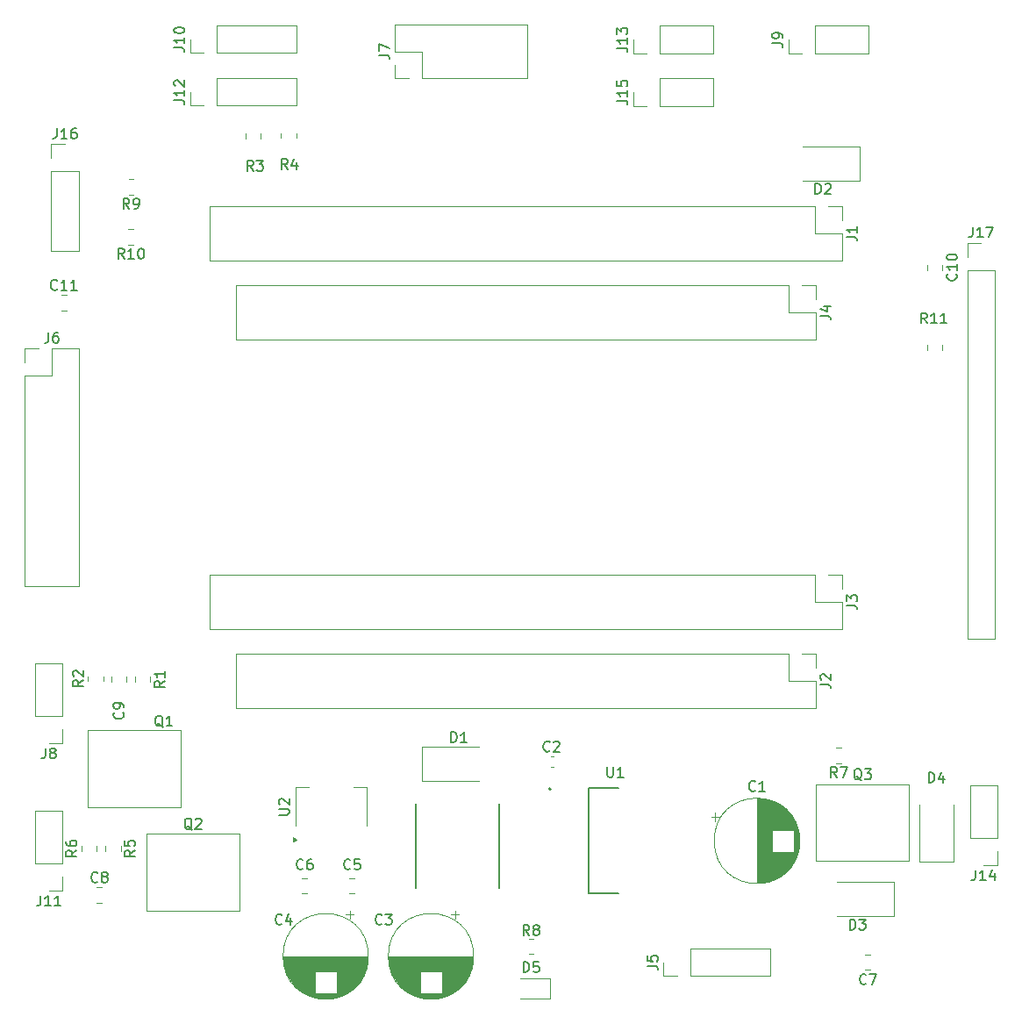
<source format=gbr>
%TF.GenerationSoftware,KiCad,Pcbnew,9.0.0*%
%TF.CreationDate,2025-04-02T12:31:35+08:00*%
%TF.ProjectId,EggClassifier,45676743-6c61-4737-9369-666965722e6b,rev?*%
%TF.SameCoordinates,Original*%
%TF.FileFunction,Legend,Top*%
%TF.FilePolarity,Positive*%
%FSLAX46Y46*%
G04 Gerber Fmt 4.6, Leading zero omitted, Abs format (unit mm)*
G04 Created by KiCad (PCBNEW 9.0.0) date 2025-04-02 12:31:35*
%MOMM*%
%LPD*%
G01*
G04 APERTURE LIST*
%ADD10C,0.150000*%
%ADD11C,0.120000*%
%ADD12C,0.127000*%
%ADD13C,0.200000*%
G04 APERTURE END LIST*
D10*
X88111219Y-106897466D02*
X87635028Y-107230799D01*
X88111219Y-107468894D02*
X87111219Y-107468894D01*
X87111219Y-107468894D02*
X87111219Y-107087942D01*
X87111219Y-107087942D02*
X87158838Y-106992704D01*
X87158838Y-106992704D02*
X87206457Y-106945085D01*
X87206457Y-106945085D02*
X87301695Y-106897466D01*
X87301695Y-106897466D02*
X87444552Y-106897466D01*
X87444552Y-106897466D02*
X87539790Y-106945085D01*
X87539790Y-106945085D02*
X87587409Y-106992704D01*
X87587409Y-106992704D02*
X87635028Y-107087942D01*
X87635028Y-107087942D02*
X87635028Y-107468894D01*
X87206457Y-106516513D02*
X87158838Y-106468894D01*
X87158838Y-106468894D02*
X87111219Y-106373656D01*
X87111219Y-106373656D02*
X87111219Y-106135561D01*
X87111219Y-106135561D02*
X87158838Y-106040323D01*
X87158838Y-106040323D02*
X87206457Y-105992704D01*
X87206457Y-105992704D02*
X87301695Y-105945085D01*
X87301695Y-105945085D02*
X87396933Y-105945085D01*
X87396933Y-105945085D02*
X87539790Y-105992704D01*
X87539790Y-105992704D02*
X88111219Y-106564132D01*
X88111219Y-106564132D02*
X88111219Y-105945085D01*
X131151333Y-131518819D02*
X130818000Y-131042628D01*
X130579905Y-131518819D02*
X130579905Y-130518819D01*
X130579905Y-130518819D02*
X130960857Y-130518819D01*
X130960857Y-130518819D02*
X131056095Y-130566438D01*
X131056095Y-130566438D02*
X131103714Y-130614057D01*
X131103714Y-130614057D02*
X131151333Y-130709295D01*
X131151333Y-130709295D02*
X131151333Y-130852152D01*
X131151333Y-130852152D02*
X131103714Y-130947390D01*
X131103714Y-130947390D02*
X131056095Y-130995009D01*
X131056095Y-130995009D02*
X130960857Y-131042628D01*
X130960857Y-131042628D02*
X130579905Y-131042628D01*
X131722762Y-130947390D02*
X131627524Y-130899771D01*
X131627524Y-130899771D02*
X131579905Y-130852152D01*
X131579905Y-130852152D02*
X131532286Y-130756914D01*
X131532286Y-130756914D02*
X131532286Y-130709295D01*
X131532286Y-130709295D02*
X131579905Y-130614057D01*
X131579905Y-130614057D02*
X131627524Y-130566438D01*
X131627524Y-130566438D02*
X131722762Y-130518819D01*
X131722762Y-130518819D02*
X131913238Y-130518819D01*
X131913238Y-130518819D02*
X132008476Y-130566438D01*
X132008476Y-130566438D02*
X132056095Y-130614057D01*
X132056095Y-130614057D02*
X132103714Y-130709295D01*
X132103714Y-130709295D02*
X132103714Y-130756914D01*
X132103714Y-130756914D02*
X132056095Y-130852152D01*
X132056095Y-130852152D02*
X132008476Y-130899771D01*
X132008476Y-130899771D02*
X131913238Y-130947390D01*
X131913238Y-130947390D02*
X131722762Y-130947390D01*
X131722762Y-130947390D02*
X131627524Y-130995009D01*
X131627524Y-130995009D02*
X131579905Y-131042628D01*
X131579905Y-131042628D02*
X131532286Y-131137866D01*
X131532286Y-131137866D02*
X131532286Y-131328342D01*
X131532286Y-131328342D02*
X131579905Y-131423580D01*
X131579905Y-131423580D02*
X131627524Y-131471200D01*
X131627524Y-131471200D02*
X131722762Y-131518819D01*
X131722762Y-131518819D02*
X131913238Y-131518819D01*
X131913238Y-131518819D02*
X132008476Y-131471200D01*
X132008476Y-131471200D02*
X132056095Y-131423580D01*
X132056095Y-131423580D02*
X132103714Y-131328342D01*
X132103714Y-131328342D02*
X132103714Y-131137866D01*
X132103714Y-131137866D02*
X132056095Y-131042628D01*
X132056095Y-131042628D02*
X132008476Y-130995009D01*
X132008476Y-130995009D02*
X131913238Y-130947390D01*
X107275333Y-130379580D02*
X107227714Y-130427200D01*
X107227714Y-130427200D02*
X107084857Y-130474819D01*
X107084857Y-130474819D02*
X106989619Y-130474819D01*
X106989619Y-130474819D02*
X106846762Y-130427200D01*
X106846762Y-130427200D02*
X106751524Y-130331961D01*
X106751524Y-130331961D02*
X106703905Y-130236723D01*
X106703905Y-130236723D02*
X106656286Y-130046247D01*
X106656286Y-130046247D02*
X106656286Y-129903390D01*
X106656286Y-129903390D02*
X106703905Y-129712914D01*
X106703905Y-129712914D02*
X106751524Y-129617676D01*
X106751524Y-129617676D02*
X106846762Y-129522438D01*
X106846762Y-129522438D02*
X106989619Y-129474819D01*
X106989619Y-129474819D02*
X107084857Y-129474819D01*
X107084857Y-129474819D02*
X107227714Y-129522438D01*
X107227714Y-129522438D02*
X107275333Y-129570057D01*
X108132476Y-129808152D02*
X108132476Y-130474819D01*
X107894381Y-129427200D02*
X107656286Y-130141485D01*
X107656286Y-130141485D02*
X108275333Y-130141485D01*
X139623819Y-50969523D02*
X140338104Y-50969523D01*
X140338104Y-50969523D02*
X140480961Y-51017142D01*
X140480961Y-51017142D02*
X140576200Y-51112380D01*
X140576200Y-51112380D02*
X140623819Y-51255237D01*
X140623819Y-51255237D02*
X140623819Y-51350475D01*
X140623819Y-49969523D02*
X140623819Y-50540951D01*
X140623819Y-50255237D02*
X139623819Y-50255237D01*
X139623819Y-50255237D02*
X139766676Y-50350475D01*
X139766676Y-50350475D02*
X139861914Y-50445713D01*
X139861914Y-50445713D02*
X139909533Y-50540951D01*
X139623819Y-49064761D02*
X139623819Y-49540951D01*
X139623819Y-49540951D02*
X140100009Y-49588570D01*
X140100009Y-49588570D02*
X140052390Y-49540951D01*
X140052390Y-49540951D02*
X140004771Y-49445713D01*
X140004771Y-49445713D02*
X140004771Y-49207618D01*
X140004771Y-49207618D02*
X140052390Y-49112380D01*
X140052390Y-49112380D02*
X140100009Y-49064761D01*
X140100009Y-49064761D02*
X140195247Y-49017142D01*
X140195247Y-49017142D02*
X140433342Y-49017142D01*
X140433342Y-49017142D02*
X140528580Y-49064761D01*
X140528580Y-49064761D02*
X140576200Y-49112380D01*
X140576200Y-49112380D02*
X140623819Y-49207618D01*
X140623819Y-49207618D02*
X140623819Y-49445713D01*
X140623819Y-49445713D02*
X140576200Y-49540951D01*
X140576200Y-49540951D02*
X140528580Y-49588570D01*
X161804819Y-99683833D02*
X162519104Y-99683833D01*
X162519104Y-99683833D02*
X162661961Y-99731452D01*
X162661961Y-99731452D02*
X162757200Y-99826690D01*
X162757200Y-99826690D02*
X162804819Y-99969547D01*
X162804819Y-99969547D02*
X162804819Y-100064785D01*
X161804819Y-99302880D02*
X161804819Y-98683833D01*
X161804819Y-98683833D02*
X162185771Y-99017166D01*
X162185771Y-99017166D02*
X162185771Y-98874309D01*
X162185771Y-98874309D02*
X162233390Y-98779071D01*
X162233390Y-98779071D02*
X162281009Y-98731452D01*
X162281009Y-98731452D02*
X162376247Y-98683833D01*
X162376247Y-98683833D02*
X162614342Y-98683833D01*
X162614342Y-98683833D02*
X162709580Y-98731452D01*
X162709580Y-98731452D02*
X162757200Y-98779071D01*
X162757200Y-98779071D02*
X162804819Y-98874309D01*
X162804819Y-98874309D02*
X162804819Y-99160023D01*
X162804819Y-99160023D02*
X162757200Y-99255261D01*
X162757200Y-99255261D02*
X162709580Y-99302880D01*
X83975676Y-127667219D02*
X83975676Y-128381504D01*
X83975676Y-128381504D02*
X83928057Y-128524361D01*
X83928057Y-128524361D02*
X83832819Y-128619600D01*
X83832819Y-128619600D02*
X83689962Y-128667219D01*
X83689962Y-128667219D02*
X83594724Y-128667219D01*
X84975676Y-128667219D02*
X84404248Y-128667219D01*
X84689962Y-128667219D02*
X84689962Y-127667219D01*
X84689962Y-127667219D02*
X84594724Y-127810076D01*
X84594724Y-127810076D02*
X84499486Y-127905314D01*
X84499486Y-127905314D02*
X84404248Y-127952933D01*
X85928057Y-128667219D02*
X85356629Y-128667219D01*
X85642343Y-128667219D02*
X85642343Y-127667219D01*
X85642343Y-127667219D02*
X85547105Y-127810076D01*
X85547105Y-127810076D02*
X85451867Y-127905314D01*
X85451867Y-127905314D02*
X85356629Y-127952933D01*
X123594905Y-112889819D02*
X123594905Y-111889819D01*
X123594905Y-111889819D02*
X123833000Y-111889819D01*
X123833000Y-111889819D02*
X123975857Y-111937438D01*
X123975857Y-111937438D02*
X124071095Y-112032676D01*
X124071095Y-112032676D02*
X124118714Y-112127914D01*
X124118714Y-112127914D02*
X124166333Y-112318390D01*
X124166333Y-112318390D02*
X124166333Y-112461247D01*
X124166333Y-112461247D02*
X124118714Y-112651723D01*
X124118714Y-112651723D02*
X124071095Y-112746961D01*
X124071095Y-112746961D02*
X123975857Y-112842200D01*
X123975857Y-112842200D02*
X123833000Y-112889819D01*
X123833000Y-112889819D02*
X123594905Y-112889819D01*
X125118714Y-112889819D02*
X124547286Y-112889819D01*
X124833000Y-112889819D02*
X124833000Y-111889819D01*
X124833000Y-111889819D02*
X124737762Y-112032676D01*
X124737762Y-112032676D02*
X124642524Y-112127914D01*
X124642524Y-112127914D02*
X124547286Y-112175533D01*
X113879333Y-125073580D02*
X113831714Y-125121200D01*
X113831714Y-125121200D02*
X113688857Y-125168819D01*
X113688857Y-125168819D02*
X113593619Y-125168819D01*
X113593619Y-125168819D02*
X113450762Y-125121200D01*
X113450762Y-125121200D02*
X113355524Y-125025961D01*
X113355524Y-125025961D02*
X113307905Y-124930723D01*
X113307905Y-124930723D02*
X113260286Y-124740247D01*
X113260286Y-124740247D02*
X113260286Y-124597390D01*
X113260286Y-124597390D02*
X113307905Y-124406914D01*
X113307905Y-124406914D02*
X113355524Y-124311676D01*
X113355524Y-124311676D02*
X113450762Y-124216438D01*
X113450762Y-124216438D02*
X113593619Y-124168819D01*
X113593619Y-124168819D02*
X113688857Y-124168819D01*
X113688857Y-124168819D02*
X113831714Y-124216438D01*
X113831714Y-124216438D02*
X113879333Y-124264057D01*
X114784095Y-124168819D02*
X114307905Y-124168819D01*
X114307905Y-124168819D02*
X114260286Y-124645009D01*
X114260286Y-124645009D02*
X114307905Y-124597390D01*
X114307905Y-124597390D02*
X114403143Y-124549771D01*
X114403143Y-124549771D02*
X114641238Y-124549771D01*
X114641238Y-124549771D02*
X114736476Y-124597390D01*
X114736476Y-124597390D02*
X114784095Y-124645009D01*
X114784095Y-124645009D02*
X114831714Y-124740247D01*
X114831714Y-124740247D02*
X114831714Y-124978342D01*
X114831714Y-124978342D02*
X114784095Y-125073580D01*
X114784095Y-125073580D02*
X114736476Y-125121200D01*
X114736476Y-125121200D02*
X114641238Y-125168819D01*
X114641238Y-125168819D02*
X114403143Y-125168819D01*
X114403143Y-125168819D02*
X114307905Y-125121200D01*
X114307905Y-125121200D02*
X114260286Y-125073580D01*
X95789761Y-111421057D02*
X95694523Y-111373438D01*
X95694523Y-111373438D02*
X95599285Y-111278200D01*
X95599285Y-111278200D02*
X95456428Y-111135342D01*
X95456428Y-111135342D02*
X95361190Y-111087723D01*
X95361190Y-111087723D02*
X95265952Y-111087723D01*
X95313571Y-111325819D02*
X95218333Y-111278200D01*
X95218333Y-111278200D02*
X95123095Y-111182961D01*
X95123095Y-111182961D02*
X95075476Y-110992485D01*
X95075476Y-110992485D02*
X95075476Y-110659152D01*
X95075476Y-110659152D02*
X95123095Y-110468676D01*
X95123095Y-110468676D02*
X95218333Y-110373438D01*
X95218333Y-110373438D02*
X95313571Y-110325819D01*
X95313571Y-110325819D02*
X95504047Y-110325819D01*
X95504047Y-110325819D02*
X95599285Y-110373438D01*
X95599285Y-110373438D02*
X95694523Y-110468676D01*
X95694523Y-110468676D02*
X95742142Y-110659152D01*
X95742142Y-110659152D02*
X95742142Y-110992485D01*
X95742142Y-110992485D02*
X95694523Y-111182961D01*
X95694523Y-111182961D02*
X95599285Y-111278200D01*
X95599285Y-111278200D02*
X95504047Y-111325819D01*
X95504047Y-111325819D02*
X95313571Y-111325819D01*
X96694523Y-111325819D02*
X96123095Y-111325819D01*
X96408809Y-111325819D02*
X96408809Y-110325819D01*
X96408809Y-110325819D02*
X96313571Y-110468676D01*
X96313571Y-110468676D02*
X96218333Y-110563914D01*
X96218333Y-110563914D02*
X96123095Y-110611533D01*
X96860619Y-45864123D02*
X97574904Y-45864123D01*
X97574904Y-45864123D02*
X97717761Y-45911742D01*
X97717761Y-45911742D02*
X97813000Y-46006980D01*
X97813000Y-46006980D02*
X97860619Y-46149837D01*
X97860619Y-46149837D02*
X97860619Y-46245075D01*
X97860619Y-44864123D02*
X97860619Y-45435551D01*
X97860619Y-45149837D02*
X96860619Y-45149837D01*
X96860619Y-45149837D02*
X97003476Y-45245075D01*
X97003476Y-45245075D02*
X97098714Y-45340313D01*
X97098714Y-45340313D02*
X97146333Y-45435551D01*
X96860619Y-44245075D02*
X96860619Y-44149837D01*
X96860619Y-44149837D02*
X96908238Y-44054599D01*
X96908238Y-44054599D02*
X96955857Y-44006980D01*
X96955857Y-44006980D02*
X97051095Y-43959361D01*
X97051095Y-43959361D02*
X97241571Y-43911742D01*
X97241571Y-43911742D02*
X97479666Y-43911742D01*
X97479666Y-43911742D02*
X97670142Y-43959361D01*
X97670142Y-43959361D02*
X97765380Y-44006980D01*
X97765380Y-44006980D02*
X97813000Y-44054599D01*
X97813000Y-44054599D02*
X97860619Y-44149837D01*
X97860619Y-44149837D02*
X97860619Y-44245075D01*
X97860619Y-44245075D02*
X97813000Y-44340313D01*
X97813000Y-44340313D02*
X97765380Y-44387932D01*
X97765380Y-44387932D02*
X97670142Y-44435551D01*
X97670142Y-44435551D02*
X97479666Y-44483170D01*
X97479666Y-44483170D02*
X97241571Y-44483170D01*
X97241571Y-44483170D02*
X97051095Y-44435551D01*
X97051095Y-44435551D02*
X96955857Y-44387932D01*
X96955857Y-44387932D02*
X96908238Y-44340313D01*
X96908238Y-44340313D02*
X96860619Y-44245075D01*
X91926580Y-110021666D02*
X91974200Y-110069285D01*
X91974200Y-110069285D02*
X92021819Y-110212142D01*
X92021819Y-110212142D02*
X92021819Y-110307380D01*
X92021819Y-110307380D02*
X91974200Y-110450237D01*
X91974200Y-110450237D02*
X91878961Y-110545475D01*
X91878961Y-110545475D02*
X91783723Y-110593094D01*
X91783723Y-110593094D02*
X91593247Y-110640713D01*
X91593247Y-110640713D02*
X91450390Y-110640713D01*
X91450390Y-110640713D02*
X91259914Y-110593094D01*
X91259914Y-110593094D02*
X91164676Y-110545475D01*
X91164676Y-110545475D02*
X91069438Y-110450237D01*
X91069438Y-110450237D02*
X91021819Y-110307380D01*
X91021819Y-110307380D02*
X91021819Y-110212142D01*
X91021819Y-110212142D02*
X91069438Y-110069285D01*
X91069438Y-110069285D02*
X91117057Y-110021666D01*
X92021819Y-109545475D02*
X92021819Y-109354999D01*
X92021819Y-109354999D02*
X91974200Y-109259761D01*
X91974200Y-109259761D02*
X91926580Y-109212142D01*
X91926580Y-109212142D02*
X91783723Y-109116904D01*
X91783723Y-109116904D02*
X91593247Y-109069285D01*
X91593247Y-109069285D02*
X91212295Y-109069285D01*
X91212295Y-109069285D02*
X91117057Y-109116904D01*
X91117057Y-109116904D02*
X91069438Y-109164523D01*
X91069438Y-109164523D02*
X91021819Y-109259761D01*
X91021819Y-109259761D02*
X91021819Y-109450237D01*
X91021819Y-109450237D02*
X91069438Y-109545475D01*
X91069438Y-109545475D02*
X91117057Y-109593094D01*
X91117057Y-109593094D02*
X91212295Y-109640713D01*
X91212295Y-109640713D02*
X91450390Y-109640713D01*
X91450390Y-109640713D02*
X91545628Y-109593094D01*
X91545628Y-109593094D02*
X91593247Y-109545475D01*
X91593247Y-109545475D02*
X91640866Y-109450237D01*
X91640866Y-109450237D02*
X91640866Y-109259761D01*
X91640866Y-109259761D02*
X91593247Y-109164523D01*
X91593247Y-109164523D02*
X91545628Y-109116904D01*
X91545628Y-109116904D02*
X91450390Y-109069285D01*
X163226761Y-116556057D02*
X163131523Y-116508438D01*
X163131523Y-116508438D02*
X163036285Y-116413200D01*
X163036285Y-116413200D02*
X162893428Y-116270342D01*
X162893428Y-116270342D02*
X162798190Y-116222723D01*
X162798190Y-116222723D02*
X162702952Y-116222723D01*
X162750571Y-116460819D02*
X162655333Y-116413200D01*
X162655333Y-116413200D02*
X162560095Y-116317961D01*
X162560095Y-116317961D02*
X162512476Y-116127485D01*
X162512476Y-116127485D02*
X162512476Y-115794152D01*
X162512476Y-115794152D02*
X162560095Y-115603676D01*
X162560095Y-115603676D02*
X162655333Y-115508438D01*
X162655333Y-115508438D02*
X162750571Y-115460819D01*
X162750571Y-115460819D02*
X162941047Y-115460819D01*
X162941047Y-115460819D02*
X163036285Y-115508438D01*
X163036285Y-115508438D02*
X163131523Y-115603676D01*
X163131523Y-115603676D02*
X163179142Y-115794152D01*
X163179142Y-115794152D02*
X163179142Y-116127485D01*
X163179142Y-116127485D02*
X163131523Y-116317961D01*
X163131523Y-116317961D02*
X163036285Y-116413200D01*
X163036285Y-116413200D02*
X162941047Y-116460819D01*
X162941047Y-116460819D02*
X162750571Y-116460819D01*
X163512476Y-115460819D02*
X164131523Y-115460819D01*
X164131523Y-115460819D02*
X163798190Y-115841771D01*
X163798190Y-115841771D02*
X163941047Y-115841771D01*
X163941047Y-115841771D02*
X164036285Y-115889390D01*
X164036285Y-115889390D02*
X164083904Y-115937009D01*
X164083904Y-115937009D02*
X164131523Y-116032247D01*
X164131523Y-116032247D02*
X164131523Y-116270342D01*
X164131523Y-116270342D02*
X164083904Y-116365580D01*
X164083904Y-116365580D02*
X164036285Y-116413200D01*
X164036285Y-116413200D02*
X163941047Y-116460819D01*
X163941047Y-116460819D02*
X163655333Y-116460819D01*
X163655333Y-116460819D02*
X163560095Y-116413200D01*
X163560095Y-116413200D02*
X163512476Y-116365580D01*
X173942476Y-63164819D02*
X173942476Y-63879104D01*
X173942476Y-63879104D02*
X173894857Y-64021961D01*
X173894857Y-64021961D02*
X173799619Y-64117200D01*
X173799619Y-64117200D02*
X173656762Y-64164819D01*
X173656762Y-64164819D02*
X173561524Y-64164819D01*
X174942476Y-64164819D02*
X174371048Y-64164819D01*
X174656762Y-64164819D02*
X174656762Y-63164819D01*
X174656762Y-63164819D02*
X174561524Y-63307676D01*
X174561524Y-63307676D02*
X174466286Y-63402914D01*
X174466286Y-63402914D02*
X174371048Y-63450533D01*
X175275810Y-63164819D02*
X175942476Y-63164819D01*
X175942476Y-63164819D02*
X175513905Y-64164819D01*
X154609819Y-45413333D02*
X155324104Y-45413333D01*
X155324104Y-45413333D02*
X155466961Y-45460952D01*
X155466961Y-45460952D02*
X155562200Y-45556190D01*
X155562200Y-45556190D02*
X155609819Y-45699047D01*
X155609819Y-45699047D02*
X155609819Y-45794285D01*
X155609819Y-44889523D02*
X155609819Y-44699047D01*
X155609819Y-44699047D02*
X155562200Y-44603809D01*
X155562200Y-44603809D02*
X155514580Y-44556190D01*
X155514580Y-44556190D02*
X155371723Y-44460952D01*
X155371723Y-44460952D02*
X155181247Y-44413333D01*
X155181247Y-44413333D02*
X154800295Y-44413333D01*
X154800295Y-44413333D02*
X154705057Y-44460952D01*
X154705057Y-44460952D02*
X154657438Y-44508571D01*
X154657438Y-44508571D02*
X154609819Y-44603809D01*
X154609819Y-44603809D02*
X154609819Y-44794285D01*
X154609819Y-44794285D02*
X154657438Y-44889523D01*
X154657438Y-44889523D02*
X154705057Y-44937142D01*
X154705057Y-44937142D02*
X154800295Y-44984761D01*
X154800295Y-44984761D02*
X155038390Y-44984761D01*
X155038390Y-44984761D02*
X155133628Y-44937142D01*
X155133628Y-44937142D02*
X155181247Y-44889523D01*
X155181247Y-44889523D02*
X155228866Y-44794285D01*
X155228866Y-44794285D02*
X155228866Y-44603809D01*
X155228866Y-44603809D02*
X155181247Y-44508571D01*
X155181247Y-44508571D02*
X155133628Y-44460952D01*
X155133628Y-44460952D02*
X155038390Y-44413333D01*
X116927333Y-130379580D02*
X116879714Y-130427200D01*
X116879714Y-130427200D02*
X116736857Y-130474819D01*
X116736857Y-130474819D02*
X116641619Y-130474819D01*
X116641619Y-130474819D02*
X116498762Y-130427200D01*
X116498762Y-130427200D02*
X116403524Y-130331961D01*
X116403524Y-130331961D02*
X116355905Y-130236723D01*
X116355905Y-130236723D02*
X116308286Y-130046247D01*
X116308286Y-130046247D02*
X116308286Y-129903390D01*
X116308286Y-129903390D02*
X116355905Y-129712914D01*
X116355905Y-129712914D02*
X116403524Y-129617676D01*
X116403524Y-129617676D02*
X116498762Y-129522438D01*
X116498762Y-129522438D02*
X116641619Y-129474819D01*
X116641619Y-129474819D02*
X116736857Y-129474819D01*
X116736857Y-129474819D02*
X116879714Y-129522438D01*
X116879714Y-129522438D02*
X116927333Y-129570057D01*
X117260667Y-129474819D02*
X117879714Y-129474819D01*
X117879714Y-129474819D02*
X117546381Y-129855771D01*
X117546381Y-129855771D02*
X117689238Y-129855771D01*
X117689238Y-129855771D02*
X117784476Y-129903390D01*
X117784476Y-129903390D02*
X117832095Y-129951009D01*
X117832095Y-129951009D02*
X117879714Y-130046247D01*
X117879714Y-130046247D02*
X117879714Y-130284342D01*
X117879714Y-130284342D02*
X117832095Y-130379580D01*
X117832095Y-130379580D02*
X117784476Y-130427200D01*
X117784476Y-130427200D02*
X117689238Y-130474819D01*
X117689238Y-130474819D02*
X117403524Y-130474819D01*
X117403524Y-130474819D02*
X117308286Y-130427200D01*
X117308286Y-130427200D02*
X117260667Y-130379580D01*
X87450819Y-123305866D02*
X86974628Y-123639199D01*
X87450819Y-123877294D02*
X86450819Y-123877294D01*
X86450819Y-123877294D02*
X86450819Y-123496342D01*
X86450819Y-123496342D02*
X86498438Y-123401104D01*
X86498438Y-123401104D02*
X86546057Y-123353485D01*
X86546057Y-123353485D02*
X86641295Y-123305866D01*
X86641295Y-123305866D02*
X86784152Y-123305866D01*
X86784152Y-123305866D02*
X86879390Y-123353485D01*
X86879390Y-123353485D02*
X86927009Y-123401104D01*
X86927009Y-123401104D02*
X86974628Y-123496342D01*
X86974628Y-123496342D02*
X86974628Y-123877294D01*
X86450819Y-122448723D02*
X86450819Y-122639199D01*
X86450819Y-122639199D02*
X86498438Y-122734437D01*
X86498438Y-122734437D02*
X86546057Y-122782056D01*
X86546057Y-122782056D02*
X86688914Y-122877294D01*
X86688914Y-122877294D02*
X86879390Y-122924913D01*
X86879390Y-122924913D02*
X87260342Y-122924913D01*
X87260342Y-122924913D02*
X87355580Y-122877294D01*
X87355580Y-122877294D02*
X87403200Y-122829675D01*
X87403200Y-122829675D02*
X87450819Y-122734437D01*
X87450819Y-122734437D02*
X87450819Y-122543961D01*
X87450819Y-122543961D02*
X87403200Y-122448723D01*
X87403200Y-122448723D02*
X87355580Y-122401104D01*
X87355580Y-122401104D02*
X87260342Y-122353485D01*
X87260342Y-122353485D02*
X87022247Y-122353485D01*
X87022247Y-122353485D02*
X86927009Y-122401104D01*
X86927009Y-122401104D02*
X86879390Y-122448723D01*
X86879390Y-122448723D02*
X86831771Y-122543961D01*
X86831771Y-122543961D02*
X86831771Y-122734437D01*
X86831771Y-122734437D02*
X86879390Y-122829675D01*
X86879390Y-122829675D02*
X86927009Y-122877294D01*
X86927009Y-122877294D02*
X87022247Y-122924913D01*
X158763905Y-59972819D02*
X158763905Y-58972819D01*
X158763905Y-58972819D02*
X159002000Y-58972819D01*
X159002000Y-58972819D02*
X159144857Y-59020438D01*
X159144857Y-59020438D02*
X159240095Y-59115676D01*
X159240095Y-59115676D02*
X159287714Y-59210914D01*
X159287714Y-59210914D02*
X159335333Y-59401390D01*
X159335333Y-59401390D02*
X159335333Y-59544247D01*
X159335333Y-59544247D02*
X159287714Y-59734723D01*
X159287714Y-59734723D02*
X159240095Y-59829961D01*
X159240095Y-59829961D02*
X159144857Y-59925200D01*
X159144857Y-59925200D02*
X159002000Y-59972819D01*
X159002000Y-59972819D02*
X158763905Y-59972819D01*
X159716286Y-59068057D02*
X159763905Y-59020438D01*
X159763905Y-59020438D02*
X159859143Y-58972819D01*
X159859143Y-58972819D02*
X160097238Y-58972819D01*
X160097238Y-58972819D02*
X160192476Y-59020438D01*
X160192476Y-59020438D02*
X160240095Y-59068057D01*
X160240095Y-59068057D02*
X160287714Y-59163295D01*
X160287714Y-59163295D02*
X160287714Y-59258533D01*
X160287714Y-59258533D02*
X160240095Y-59401390D01*
X160240095Y-59401390D02*
X159668667Y-59972819D01*
X159668667Y-59972819D02*
X160287714Y-59972819D01*
X98609161Y-121331257D02*
X98513923Y-121283638D01*
X98513923Y-121283638D02*
X98418685Y-121188400D01*
X98418685Y-121188400D02*
X98275828Y-121045542D01*
X98275828Y-121045542D02*
X98180590Y-120997923D01*
X98180590Y-120997923D02*
X98085352Y-120997923D01*
X98132971Y-121236019D02*
X98037733Y-121188400D01*
X98037733Y-121188400D02*
X97942495Y-121093161D01*
X97942495Y-121093161D02*
X97894876Y-120902685D01*
X97894876Y-120902685D02*
X97894876Y-120569352D01*
X97894876Y-120569352D02*
X97942495Y-120378876D01*
X97942495Y-120378876D02*
X98037733Y-120283638D01*
X98037733Y-120283638D02*
X98132971Y-120236019D01*
X98132971Y-120236019D02*
X98323447Y-120236019D01*
X98323447Y-120236019D02*
X98418685Y-120283638D01*
X98418685Y-120283638D02*
X98513923Y-120378876D01*
X98513923Y-120378876D02*
X98561542Y-120569352D01*
X98561542Y-120569352D02*
X98561542Y-120902685D01*
X98561542Y-120902685D02*
X98513923Y-121093161D01*
X98513923Y-121093161D02*
X98418685Y-121188400D01*
X98418685Y-121188400D02*
X98323447Y-121236019D01*
X98323447Y-121236019D02*
X98132971Y-121236019D01*
X98942495Y-120331257D02*
X98990114Y-120283638D01*
X98990114Y-120283638D02*
X99085352Y-120236019D01*
X99085352Y-120236019D02*
X99323447Y-120236019D01*
X99323447Y-120236019D02*
X99418685Y-120283638D01*
X99418685Y-120283638D02*
X99466304Y-120331257D01*
X99466304Y-120331257D02*
X99513923Y-120426495D01*
X99513923Y-120426495D02*
X99513923Y-120521733D01*
X99513923Y-120521733D02*
X99466304Y-120664590D01*
X99466304Y-120664590D02*
X98894876Y-121236019D01*
X98894876Y-121236019D02*
X99513923Y-121236019D01*
X159264819Y-71743833D02*
X159979104Y-71743833D01*
X159979104Y-71743833D02*
X160121961Y-71791452D01*
X160121961Y-71791452D02*
X160217200Y-71886690D01*
X160217200Y-71886690D02*
X160264819Y-72029547D01*
X160264819Y-72029547D02*
X160264819Y-72124785D01*
X159598152Y-70839071D02*
X160264819Y-70839071D01*
X159217200Y-71077166D02*
X159931485Y-71315261D01*
X159931485Y-71315261D02*
X159931485Y-70696214D01*
X169537142Y-72463819D02*
X169203809Y-71987628D01*
X168965714Y-72463819D02*
X168965714Y-71463819D01*
X168965714Y-71463819D02*
X169346666Y-71463819D01*
X169346666Y-71463819D02*
X169441904Y-71511438D01*
X169441904Y-71511438D02*
X169489523Y-71559057D01*
X169489523Y-71559057D02*
X169537142Y-71654295D01*
X169537142Y-71654295D02*
X169537142Y-71797152D01*
X169537142Y-71797152D02*
X169489523Y-71892390D01*
X169489523Y-71892390D02*
X169441904Y-71940009D01*
X169441904Y-71940009D02*
X169346666Y-71987628D01*
X169346666Y-71987628D02*
X168965714Y-71987628D01*
X170489523Y-72463819D02*
X169918095Y-72463819D01*
X170203809Y-72463819D02*
X170203809Y-71463819D01*
X170203809Y-71463819D02*
X170108571Y-71606676D01*
X170108571Y-71606676D02*
X170013333Y-71701914D01*
X170013333Y-71701914D02*
X169918095Y-71749533D01*
X171441904Y-72463819D02*
X170870476Y-72463819D01*
X171156190Y-72463819D02*
X171156190Y-71463819D01*
X171156190Y-71463819D02*
X171060952Y-71606676D01*
X171060952Y-71606676D02*
X170965714Y-71701914D01*
X170965714Y-71701914D02*
X170870476Y-71749533D01*
X161804819Y-64123833D02*
X162519104Y-64123833D01*
X162519104Y-64123833D02*
X162661961Y-64171452D01*
X162661961Y-64171452D02*
X162757200Y-64266690D01*
X162757200Y-64266690D02*
X162804819Y-64409547D01*
X162804819Y-64409547D02*
X162804819Y-64504785D01*
X162804819Y-63123833D02*
X162804819Y-63695261D01*
X162804819Y-63409547D02*
X161804819Y-63409547D01*
X161804819Y-63409547D02*
X161947676Y-63504785D01*
X161947676Y-63504785D02*
X162042914Y-63600023D01*
X162042914Y-63600023D02*
X162090533Y-63695261D01*
X92057142Y-66234819D02*
X91723809Y-65758628D01*
X91485714Y-66234819D02*
X91485714Y-65234819D01*
X91485714Y-65234819D02*
X91866666Y-65234819D01*
X91866666Y-65234819D02*
X91961904Y-65282438D01*
X91961904Y-65282438D02*
X92009523Y-65330057D01*
X92009523Y-65330057D02*
X92057142Y-65425295D01*
X92057142Y-65425295D02*
X92057142Y-65568152D01*
X92057142Y-65568152D02*
X92009523Y-65663390D01*
X92009523Y-65663390D02*
X91961904Y-65711009D01*
X91961904Y-65711009D02*
X91866666Y-65758628D01*
X91866666Y-65758628D02*
X91485714Y-65758628D01*
X93009523Y-66234819D02*
X92438095Y-66234819D01*
X92723809Y-66234819D02*
X92723809Y-65234819D01*
X92723809Y-65234819D02*
X92628571Y-65377676D01*
X92628571Y-65377676D02*
X92533333Y-65472914D01*
X92533333Y-65472914D02*
X92438095Y-65520533D01*
X93628571Y-65234819D02*
X93723809Y-65234819D01*
X93723809Y-65234819D02*
X93819047Y-65282438D01*
X93819047Y-65282438D02*
X93866666Y-65330057D01*
X93866666Y-65330057D02*
X93914285Y-65425295D01*
X93914285Y-65425295D02*
X93961904Y-65615771D01*
X93961904Y-65615771D02*
X93961904Y-65853866D01*
X93961904Y-65853866D02*
X93914285Y-66044342D01*
X93914285Y-66044342D02*
X93866666Y-66139580D01*
X93866666Y-66139580D02*
X93819047Y-66187200D01*
X93819047Y-66187200D02*
X93723809Y-66234819D01*
X93723809Y-66234819D02*
X93628571Y-66234819D01*
X93628571Y-66234819D02*
X93533333Y-66187200D01*
X93533333Y-66187200D02*
X93485714Y-66139580D01*
X93485714Y-66139580D02*
X93438095Y-66044342D01*
X93438095Y-66044342D02*
X93390476Y-65853866D01*
X93390476Y-65853866D02*
X93390476Y-65615771D01*
X93390476Y-65615771D02*
X93438095Y-65425295D01*
X93438095Y-65425295D02*
X93485714Y-65330057D01*
X93485714Y-65330057D02*
X93533333Y-65282438D01*
X93533333Y-65282438D02*
X93628571Y-65234819D01*
X169695905Y-116786819D02*
X169695905Y-115786819D01*
X169695905Y-115786819D02*
X169934000Y-115786819D01*
X169934000Y-115786819D02*
X170076857Y-115834438D01*
X170076857Y-115834438D02*
X170172095Y-115929676D01*
X170172095Y-115929676D02*
X170219714Y-116024914D01*
X170219714Y-116024914D02*
X170267333Y-116215390D01*
X170267333Y-116215390D02*
X170267333Y-116358247D01*
X170267333Y-116358247D02*
X170219714Y-116548723D01*
X170219714Y-116548723D02*
X170172095Y-116643961D01*
X170172095Y-116643961D02*
X170076857Y-116739200D01*
X170076857Y-116739200D02*
X169934000Y-116786819D01*
X169934000Y-116786819D02*
X169695905Y-116786819D01*
X171124476Y-116120152D02*
X171124476Y-116786819D01*
X170886381Y-115739200D02*
X170648286Y-116453485D01*
X170648286Y-116453485D02*
X171267333Y-116453485D01*
X92549333Y-61408819D02*
X92216000Y-60932628D01*
X91977905Y-61408819D02*
X91977905Y-60408819D01*
X91977905Y-60408819D02*
X92358857Y-60408819D01*
X92358857Y-60408819D02*
X92454095Y-60456438D01*
X92454095Y-60456438D02*
X92501714Y-60504057D01*
X92501714Y-60504057D02*
X92549333Y-60599295D01*
X92549333Y-60599295D02*
X92549333Y-60742152D01*
X92549333Y-60742152D02*
X92501714Y-60837390D01*
X92501714Y-60837390D02*
X92454095Y-60885009D01*
X92454095Y-60885009D02*
X92358857Y-60932628D01*
X92358857Y-60932628D02*
X91977905Y-60932628D01*
X93025524Y-61408819D02*
X93216000Y-61408819D01*
X93216000Y-61408819D02*
X93311238Y-61361200D01*
X93311238Y-61361200D02*
X93358857Y-61313580D01*
X93358857Y-61313580D02*
X93454095Y-61170723D01*
X93454095Y-61170723D02*
X93501714Y-60980247D01*
X93501714Y-60980247D02*
X93501714Y-60599295D01*
X93501714Y-60599295D02*
X93454095Y-60504057D01*
X93454095Y-60504057D02*
X93406476Y-60456438D01*
X93406476Y-60456438D02*
X93311238Y-60408819D01*
X93311238Y-60408819D02*
X93120762Y-60408819D01*
X93120762Y-60408819D02*
X93025524Y-60456438D01*
X93025524Y-60456438D02*
X92977905Y-60504057D01*
X92977905Y-60504057D02*
X92930286Y-60599295D01*
X92930286Y-60599295D02*
X92930286Y-60837390D01*
X92930286Y-60837390D02*
X92977905Y-60932628D01*
X92977905Y-60932628D02*
X93025524Y-60980247D01*
X93025524Y-60980247D02*
X93120762Y-61027866D01*
X93120762Y-61027866D02*
X93311238Y-61027866D01*
X93311238Y-61027866D02*
X93406476Y-60980247D01*
X93406476Y-60980247D02*
X93454095Y-60932628D01*
X93454095Y-60932628D02*
X93501714Y-60837390D01*
X174196476Y-125213819D02*
X174196476Y-125928104D01*
X174196476Y-125928104D02*
X174148857Y-126070961D01*
X174148857Y-126070961D02*
X174053619Y-126166200D01*
X174053619Y-126166200D02*
X173910762Y-126213819D01*
X173910762Y-126213819D02*
X173815524Y-126213819D01*
X175196476Y-126213819D02*
X174625048Y-126213819D01*
X174910762Y-126213819D02*
X174910762Y-125213819D01*
X174910762Y-125213819D02*
X174815524Y-125356676D01*
X174815524Y-125356676D02*
X174720286Y-125451914D01*
X174720286Y-125451914D02*
X174625048Y-125499533D01*
X176053619Y-125547152D02*
X176053619Y-126213819D01*
X175815524Y-125166200D02*
X175577429Y-125880485D01*
X175577429Y-125880485D02*
X176196476Y-125880485D01*
X152955333Y-117509580D02*
X152907714Y-117557200D01*
X152907714Y-117557200D02*
X152764857Y-117604819D01*
X152764857Y-117604819D02*
X152669619Y-117604819D01*
X152669619Y-117604819D02*
X152526762Y-117557200D01*
X152526762Y-117557200D02*
X152431524Y-117461961D01*
X152431524Y-117461961D02*
X152383905Y-117366723D01*
X152383905Y-117366723D02*
X152336286Y-117176247D01*
X152336286Y-117176247D02*
X152336286Y-117033390D01*
X152336286Y-117033390D02*
X152383905Y-116842914D01*
X152383905Y-116842914D02*
X152431524Y-116747676D01*
X152431524Y-116747676D02*
X152526762Y-116652438D01*
X152526762Y-116652438D02*
X152669619Y-116604819D01*
X152669619Y-116604819D02*
X152764857Y-116604819D01*
X152764857Y-116604819D02*
X152907714Y-116652438D01*
X152907714Y-116652438D02*
X152955333Y-116700057D01*
X153907714Y-117604819D02*
X153336286Y-117604819D01*
X153622000Y-117604819D02*
X153622000Y-116604819D01*
X153622000Y-116604819D02*
X153526762Y-116747676D01*
X153526762Y-116747676D02*
X153431524Y-116842914D01*
X153431524Y-116842914D02*
X153336286Y-116890533D01*
X96870619Y-50944123D02*
X97584904Y-50944123D01*
X97584904Y-50944123D02*
X97727761Y-50991742D01*
X97727761Y-50991742D02*
X97823000Y-51086980D01*
X97823000Y-51086980D02*
X97870619Y-51229837D01*
X97870619Y-51229837D02*
X97870619Y-51325075D01*
X97870619Y-49944123D02*
X97870619Y-50515551D01*
X97870619Y-50229837D02*
X96870619Y-50229837D01*
X96870619Y-50229837D02*
X97013476Y-50325075D01*
X97013476Y-50325075D02*
X97108714Y-50420313D01*
X97108714Y-50420313D02*
X97156333Y-50515551D01*
X96965857Y-49563170D02*
X96918238Y-49515551D01*
X96918238Y-49515551D02*
X96870619Y-49420313D01*
X96870619Y-49420313D02*
X96870619Y-49182218D01*
X96870619Y-49182218D02*
X96918238Y-49086980D01*
X96918238Y-49086980D02*
X96965857Y-49039361D01*
X96965857Y-49039361D02*
X97061095Y-48991742D01*
X97061095Y-48991742D02*
X97156333Y-48991742D01*
X97156333Y-48991742D02*
X97299190Y-49039361D01*
X97299190Y-49039361D02*
X97870619Y-49610789D01*
X97870619Y-49610789D02*
X97870619Y-48991742D01*
X85540476Y-53644819D02*
X85540476Y-54359104D01*
X85540476Y-54359104D02*
X85492857Y-54501961D01*
X85492857Y-54501961D02*
X85397619Y-54597200D01*
X85397619Y-54597200D02*
X85254762Y-54644819D01*
X85254762Y-54644819D02*
X85159524Y-54644819D01*
X86540476Y-54644819D02*
X85969048Y-54644819D01*
X86254762Y-54644819D02*
X86254762Y-53644819D01*
X86254762Y-53644819D02*
X86159524Y-53787676D01*
X86159524Y-53787676D02*
X86064286Y-53882914D01*
X86064286Y-53882914D02*
X85969048Y-53930533D01*
X87397619Y-53644819D02*
X87207143Y-53644819D01*
X87207143Y-53644819D02*
X87111905Y-53692438D01*
X87111905Y-53692438D02*
X87064286Y-53740057D01*
X87064286Y-53740057D02*
X86969048Y-53882914D01*
X86969048Y-53882914D02*
X86921429Y-54073390D01*
X86921429Y-54073390D02*
X86921429Y-54454342D01*
X86921429Y-54454342D02*
X86969048Y-54549580D01*
X86969048Y-54549580D02*
X87016667Y-54597200D01*
X87016667Y-54597200D02*
X87111905Y-54644819D01*
X87111905Y-54644819D02*
X87302381Y-54644819D01*
X87302381Y-54644819D02*
X87397619Y-54597200D01*
X87397619Y-54597200D02*
X87445238Y-54549580D01*
X87445238Y-54549580D02*
X87492857Y-54454342D01*
X87492857Y-54454342D02*
X87492857Y-54216247D01*
X87492857Y-54216247D02*
X87445238Y-54121009D01*
X87445238Y-54121009D02*
X87397619Y-54073390D01*
X87397619Y-54073390D02*
X87302381Y-54025771D01*
X87302381Y-54025771D02*
X87111905Y-54025771D01*
X87111905Y-54025771D02*
X87016667Y-54073390D01*
X87016667Y-54073390D02*
X86969048Y-54121009D01*
X86969048Y-54121009D02*
X86921429Y-54216247D01*
X162075905Y-130970819D02*
X162075905Y-129970819D01*
X162075905Y-129970819D02*
X162314000Y-129970819D01*
X162314000Y-129970819D02*
X162456857Y-130018438D01*
X162456857Y-130018438D02*
X162552095Y-130113676D01*
X162552095Y-130113676D02*
X162599714Y-130208914D01*
X162599714Y-130208914D02*
X162647333Y-130399390D01*
X162647333Y-130399390D02*
X162647333Y-130542247D01*
X162647333Y-130542247D02*
X162599714Y-130732723D01*
X162599714Y-130732723D02*
X162552095Y-130827961D01*
X162552095Y-130827961D02*
X162456857Y-130923200D01*
X162456857Y-130923200D02*
X162314000Y-130970819D01*
X162314000Y-130970819D02*
X162075905Y-130970819D01*
X162980667Y-129970819D02*
X163599714Y-129970819D01*
X163599714Y-129970819D02*
X163266381Y-130351771D01*
X163266381Y-130351771D02*
X163409238Y-130351771D01*
X163409238Y-130351771D02*
X163504476Y-130399390D01*
X163504476Y-130399390D02*
X163552095Y-130447009D01*
X163552095Y-130447009D02*
X163599714Y-130542247D01*
X163599714Y-130542247D02*
X163599714Y-130780342D01*
X163599714Y-130780342D02*
X163552095Y-130875580D01*
X163552095Y-130875580D02*
X163504476Y-130923200D01*
X163504476Y-130923200D02*
X163409238Y-130970819D01*
X163409238Y-130970819D02*
X163123524Y-130970819D01*
X163123524Y-130970819D02*
X163028286Y-130923200D01*
X163028286Y-130923200D02*
X162980667Y-130875580D01*
X93087619Y-123305866D02*
X92611428Y-123639199D01*
X93087619Y-123877294D02*
X92087619Y-123877294D01*
X92087619Y-123877294D02*
X92087619Y-123496342D01*
X92087619Y-123496342D02*
X92135238Y-123401104D01*
X92135238Y-123401104D02*
X92182857Y-123353485D01*
X92182857Y-123353485D02*
X92278095Y-123305866D01*
X92278095Y-123305866D02*
X92420952Y-123305866D01*
X92420952Y-123305866D02*
X92516190Y-123353485D01*
X92516190Y-123353485D02*
X92563809Y-123401104D01*
X92563809Y-123401104D02*
X92611428Y-123496342D01*
X92611428Y-123496342D02*
X92611428Y-123877294D01*
X92087619Y-122401104D02*
X92087619Y-122877294D01*
X92087619Y-122877294D02*
X92563809Y-122924913D01*
X92563809Y-122924913D02*
X92516190Y-122877294D01*
X92516190Y-122877294D02*
X92468571Y-122782056D01*
X92468571Y-122782056D02*
X92468571Y-122543961D01*
X92468571Y-122543961D02*
X92516190Y-122448723D01*
X92516190Y-122448723D02*
X92563809Y-122401104D01*
X92563809Y-122401104D02*
X92659047Y-122353485D01*
X92659047Y-122353485D02*
X92897142Y-122353485D01*
X92897142Y-122353485D02*
X92992380Y-122401104D01*
X92992380Y-122401104D02*
X93040000Y-122448723D01*
X93040000Y-122448723D02*
X93087619Y-122543961D01*
X93087619Y-122543961D02*
X93087619Y-122782056D01*
X93087619Y-122782056D02*
X93040000Y-122877294D01*
X93040000Y-122877294D02*
X92992380Y-122924913D01*
X159264819Y-107303833D02*
X159979104Y-107303833D01*
X159979104Y-107303833D02*
X160121961Y-107351452D01*
X160121961Y-107351452D02*
X160217200Y-107446690D01*
X160217200Y-107446690D02*
X160264819Y-107589547D01*
X160264819Y-107589547D02*
X160264819Y-107684785D01*
X159360057Y-106875261D02*
X159312438Y-106827642D01*
X159312438Y-106827642D02*
X159264819Y-106732404D01*
X159264819Y-106732404D02*
X159264819Y-106494309D01*
X159264819Y-106494309D02*
X159312438Y-106399071D01*
X159312438Y-106399071D02*
X159360057Y-106351452D01*
X159360057Y-106351452D02*
X159455295Y-106303833D01*
X159455295Y-106303833D02*
X159550533Y-106303833D01*
X159550533Y-106303833D02*
X159693390Y-106351452D01*
X159693390Y-106351452D02*
X160264819Y-106922880D01*
X160264819Y-106922880D02*
X160264819Y-106303833D01*
X130579905Y-135074819D02*
X130579905Y-134074819D01*
X130579905Y-134074819D02*
X130818000Y-134074819D01*
X130818000Y-134074819D02*
X130960857Y-134122438D01*
X130960857Y-134122438D02*
X131056095Y-134217676D01*
X131056095Y-134217676D02*
X131103714Y-134312914D01*
X131103714Y-134312914D02*
X131151333Y-134503390D01*
X131151333Y-134503390D02*
X131151333Y-134646247D01*
X131151333Y-134646247D02*
X131103714Y-134836723D01*
X131103714Y-134836723D02*
X131056095Y-134931961D01*
X131056095Y-134931961D02*
X130960857Y-135027200D01*
X130960857Y-135027200D02*
X130818000Y-135074819D01*
X130818000Y-135074819D02*
X130579905Y-135074819D01*
X132056095Y-134074819D02*
X131579905Y-134074819D01*
X131579905Y-134074819D02*
X131532286Y-134551009D01*
X131532286Y-134551009D02*
X131579905Y-134503390D01*
X131579905Y-134503390D02*
X131675143Y-134455771D01*
X131675143Y-134455771D02*
X131913238Y-134455771D01*
X131913238Y-134455771D02*
X132008476Y-134503390D01*
X132008476Y-134503390D02*
X132056095Y-134551009D01*
X132056095Y-134551009D02*
X132103714Y-134646247D01*
X132103714Y-134646247D02*
X132103714Y-134884342D01*
X132103714Y-134884342D02*
X132056095Y-134979580D01*
X132056095Y-134979580D02*
X132008476Y-135027200D01*
X132008476Y-135027200D02*
X131913238Y-135074819D01*
X131913238Y-135074819D02*
X131675143Y-135074819D01*
X131675143Y-135074819D02*
X131579905Y-135027200D01*
X131579905Y-135027200D02*
X131532286Y-134979580D01*
X139623819Y-45889523D02*
X140338104Y-45889523D01*
X140338104Y-45889523D02*
X140480961Y-45937142D01*
X140480961Y-45937142D02*
X140576200Y-46032380D01*
X140576200Y-46032380D02*
X140623819Y-46175237D01*
X140623819Y-46175237D02*
X140623819Y-46270475D01*
X140623819Y-44889523D02*
X140623819Y-45460951D01*
X140623819Y-45175237D02*
X139623819Y-45175237D01*
X139623819Y-45175237D02*
X139766676Y-45270475D01*
X139766676Y-45270475D02*
X139861914Y-45365713D01*
X139861914Y-45365713D02*
X139909533Y-45460951D01*
X139623819Y-44556189D02*
X139623819Y-43937142D01*
X139623819Y-43937142D02*
X140004771Y-44270475D01*
X140004771Y-44270475D02*
X140004771Y-44127618D01*
X140004771Y-44127618D02*
X140052390Y-44032380D01*
X140052390Y-44032380D02*
X140100009Y-43984761D01*
X140100009Y-43984761D02*
X140195247Y-43937142D01*
X140195247Y-43937142D02*
X140433342Y-43937142D01*
X140433342Y-43937142D02*
X140528580Y-43984761D01*
X140528580Y-43984761D02*
X140576200Y-44032380D01*
X140576200Y-44032380D02*
X140623819Y-44127618D01*
X140623819Y-44127618D02*
X140623819Y-44413332D01*
X140623819Y-44413332D02*
X140576200Y-44508570D01*
X140576200Y-44508570D02*
X140528580Y-44556189D01*
X107824133Y-57599819D02*
X107490800Y-57123628D01*
X107252705Y-57599819D02*
X107252705Y-56599819D01*
X107252705Y-56599819D02*
X107633657Y-56599819D01*
X107633657Y-56599819D02*
X107728895Y-56647438D01*
X107728895Y-56647438D02*
X107776514Y-56695057D01*
X107776514Y-56695057D02*
X107824133Y-56790295D01*
X107824133Y-56790295D02*
X107824133Y-56933152D01*
X107824133Y-56933152D02*
X107776514Y-57028390D01*
X107776514Y-57028390D02*
X107728895Y-57076009D01*
X107728895Y-57076009D02*
X107633657Y-57123628D01*
X107633657Y-57123628D02*
X107252705Y-57123628D01*
X108681276Y-56933152D02*
X108681276Y-57599819D01*
X108443181Y-56552200D02*
X108205086Y-57266485D01*
X108205086Y-57266485D02*
X108824133Y-57266485D01*
X104496733Y-57752219D02*
X104163400Y-57276028D01*
X103925305Y-57752219D02*
X103925305Y-56752219D01*
X103925305Y-56752219D02*
X104306257Y-56752219D01*
X104306257Y-56752219D02*
X104401495Y-56799838D01*
X104401495Y-56799838D02*
X104449114Y-56847457D01*
X104449114Y-56847457D02*
X104496733Y-56942695D01*
X104496733Y-56942695D02*
X104496733Y-57085552D01*
X104496733Y-57085552D02*
X104449114Y-57180790D01*
X104449114Y-57180790D02*
X104401495Y-57228409D01*
X104401495Y-57228409D02*
X104306257Y-57276028D01*
X104306257Y-57276028D02*
X103925305Y-57276028D01*
X104830067Y-56752219D02*
X105449114Y-56752219D01*
X105449114Y-56752219D02*
X105115781Y-57133171D01*
X105115781Y-57133171D02*
X105258638Y-57133171D01*
X105258638Y-57133171D02*
X105353876Y-57180790D01*
X105353876Y-57180790D02*
X105401495Y-57228409D01*
X105401495Y-57228409D02*
X105449114Y-57323647D01*
X105449114Y-57323647D02*
X105449114Y-57561742D01*
X105449114Y-57561742D02*
X105401495Y-57656980D01*
X105401495Y-57656980D02*
X105353876Y-57704600D01*
X105353876Y-57704600D02*
X105258638Y-57752219D01*
X105258638Y-57752219D02*
X104972924Y-57752219D01*
X104972924Y-57752219D02*
X104877686Y-57704600D01*
X104877686Y-57704600D02*
X104830067Y-57656980D01*
X163663333Y-136151580D02*
X163615714Y-136199200D01*
X163615714Y-136199200D02*
X163472857Y-136246819D01*
X163472857Y-136246819D02*
X163377619Y-136246819D01*
X163377619Y-136246819D02*
X163234762Y-136199200D01*
X163234762Y-136199200D02*
X163139524Y-136103961D01*
X163139524Y-136103961D02*
X163091905Y-136008723D01*
X163091905Y-136008723D02*
X163044286Y-135818247D01*
X163044286Y-135818247D02*
X163044286Y-135675390D01*
X163044286Y-135675390D02*
X163091905Y-135484914D01*
X163091905Y-135484914D02*
X163139524Y-135389676D01*
X163139524Y-135389676D02*
X163234762Y-135294438D01*
X163234762Y-135294438D02*
X163377619Y-135246819D01*
X163377619Y-135246819D02*
X163472857Y-135246819D01*
X163472857Y-135246819D02*
X163615714Y-135294438D01*
X163615714Y-135294438D02*
X163663333Y-135342057D01*
X163996667Y-135246819D02*
X164663333Y-135246819D01*
X164663333Y-135246819D02*
X164234762Y-136246819D01*
X172346580Y-67698857D02*
X172394200Y-67746476D01*
X172394200Y-67746476D02*
X172441819Y-67889333D01*
X172441819Y-67889333D02*
X172441819Y-67984571D01*
X172441819Y-67984571D02*
X172394200Y-68127428D01*
X172394200Y-68127428D02*
X172298961Y-68222666D01*
X172298961Y-68222666D02*
X172203723Y-68270285D01*
X172203723Y-68270285D02*
X172013247Y-68317904D01*
X172013247Y-68317904D02*
X171870390Y-68317904D01*
X171870390Y-68317904D02*
X171679914Y-68270285D01*
X171679914Y-68270285D02*
X171584676Y-68222666D01*
X171584676Y-68222666D02*
X171489438Y-68127428D01*
X171489438Y-68127428D02*
X171441819Y-67984571D01*
X171441819Y-67984571D02*
X171441819Y-67889333D01*
X171441819Y-67889333D02*
X171489438Y-67746476D01*
X171489438Y-67746476D02*
X171537057Y-67698857D01*
X172441819Y-66746476D02*
X172441819Y-67317904D01*
X172441819Y-67032190D02*
X171441819Y-67032190D01*
X171441819Y-67032190D02*
X171584676Y-67127428D01*
X171584676Y-67127428D02*
X171679914Y-67222666D01*
X171679914Y-67222666D02*
X171727533Y-67317904D01*
X171441819Y-66127428D02*
X171441819Y-66032190D01*
X171441819Y-66032190D02*
X171489438Y-65936952D01*
X171489438Y-65936952D02*
X171537057Y-65889333D01*
X171537057Y-65889333D02*
X171632295Y-65841714D01*
X171632295Y-65841714D02*
X171822771Y-65794095D01*
X171822771Y-65794095D02*
X172060866Y-65794095D01*
X172060866Y-65794095D02*
X172251342Y-65841714D01*
X172251342Y-65841714D02*
X172346580Y-65889333D01*
X172346580Y-65889333D02*
X172394200Y-65936952D01*
X172394200Y-65936952D02*
X172441819Y-66032190D01*
X172441819Y-66032190D02*
X172441819Y-66127428D01*
X172441819Y-66127428D02*
X172394200Y-66222666D01*
X172394200Y-66222666D02*
X172346580Y-66270285D01*
X172346580Y-66270285D02*
X172251342Y-66317904D01*
X172251342Y-66317904D02*
X172060866Y-66365523D01*
X172060866Y-66365523D02*
X171822771Y-66365523D01*
X171822771Y-66365523D02*
X171632295Y-66317904D01*
X171632295Y-66317904D02*
X171537057Y-66270285D01*
X171537057Y-66270285D02*
X171489438Y-66222666D01*
X171489438Y-66222666D02*
X171441819Y-66127428D01*
X109307333Y-125073580D02*
X109259714Y-125121200D01*
X109259714Y-125121200D02*
X109116857Y-125168819D01*
X109116857Y-125168819D02*
X109021619Y-125168819D01*
X109021619Y-125168819D02*
X108878762Y-125121200D01*
X108878762Y-125121200D02*
X108783524Y-125025961D01*
X108783524Y-125025961D02*
X108735905Y-124930723D01*
X108735905Y-124930723D02*
X108688286Y-124740247D01*
X108688286Y-124740247D02*
X108688286Y-124597390D01*
X108688286Y-124597390D02*
X108735905Y-124406914D01*
X108735905Y-124406914D02*
X108783524Y-124311676D01*
X108783524Y-124311676D02*
X108878762Y-124216438D01*
X108878762Y-124216438D02*
X109021619Y-124168819D01*
X109021619Y-124168819D02*
X109116857Y-124168819D01*
X109116857Y-124168819D02*
X109259714Y-124216438D01*
X109259714Y-124216438D02*
X109307333Y-124264057D01*
X110164476Y-124168819D02*
X109974000Y-124168819D01*
X109974000Y-124168819D02*
X109878762Y-124216438D01*
X109878762Y-124216438D02*
X109831143Y-124264057D01*
X109831143Y-124264057D02*
X109735905Y-124406914D01*
X109735905Y-124406914D02*
X109688286Y-124597390D01*
X109688286Y-124597390D02*
X109688286Y-124978342D01*
X109688286Y-124978342D02*
X109735905Y-125073580D01*
X109735905Y-125073580D02*
X109783524Y-125121200D01*
X109783524Y-125121200D02*
X109878762Y-125168819D01*
X109878762Y-125168819D02*
X110069238Y-125168819D01*
X110069238Y-125168819D02*
X110164476Y-125121200D01*
X110164476Y-125121200D02*
X110212095Y-125073580D01*
X110212095Y-125073580D02*
X110259714Y-124978342D01*
X110259714Y-124978342D02*
X110259714Y-124740247D01*
X110259714Y-124740247D02*
X110212095Y-124645009D01*
X110212095Y-124645009D02*
X110164476Y-124597390D01*
X110164476Y-124597390D02*
X110069238Y-124549771D01*
X110069238Y-124549771D02*
X109878762Y-124549771D01*
X109878762Y-124549771D02*
X109783524Y-124597390D01*
X109783524Y-124597390D02*
X109735905Y-124645009D01*
X109735905Y-124645009D02*
X109688286Y-124740247D01*
X116626819Y-46561333D02*
X117341104Y-46561333D01*
X117341104Y-46561333D02*
X117483961Y-46608952D01*
X117483961Y-46608952D02*
X117579200Y-46704190D01*
X117579200Y-46704190D02*
X117626819Y-46847047D01*
X117626819Y-46847047D02*
X117626819Y-46942285D01*
X116626819Y-46180380D02*
X116626819Y-45513714D01*
X116626819Y-45513714D02*
X117626819Y-45942285D01*
X160859333Y-116272819D02*
X160526000Y-115796628D01*
X160287905Y-116272819D02*
X160287905Y-115272819D01*
X160287905Y-115272819D02*
X160668857Y-115272819D01*
X160668857Y-115272819D02*
X160764095Y-115320438D01*
X160764095Y-115320438D02*
X160811714Y-115368057D01*
X160811714Y-115368057D02*
X160859333Y-115463295D01*
X160859333Y-115463295D02*
X160859333Y-115606152D01*
X160859333Y-115606152D02*
X160811714Y-115701390D01*
X160811714Y-115701390D02*
X160764095Y-115749009D01*
X160764095Y-115749009D02*
X160668857Y-115796628D01*
X160668857Y-115796628D02*
X160287905Y-115796628D01*
X161192667Y-115272819D02*
X161859333Y-115272819D01*
X161859333Y-115272819D02*
X161430762Y-116272819D01*
X142549819Y-134445333D02*
X143264104Y-134445333D01*
X143264104Y-134445333D02*
X143406961Y-134492952D01*
X143406961Y-134492952D02*
X143502200Y-134588190D01*
X143502200Y-134588190D02*
X143549819Y-134731047D01*
X143549819Y-134731047D02*
X143549819Y-134826285D01*
X142549819Y-133492952D02*
X142549819Y-133969142D01*
X142549819Y-133969142D02*
X143026009Y-134016761D01*
X143026009Y-134016761D02*
X142978390Y-133969142D01*
X142978390Y-133969142D02*
X142930771Y-133873904D01*
X142930771Y-133873904D02*
X142930771Y-133635809D01*
X142930771Y-133635809D02*
X142978390Y-133540571D01*
X142978390Y-133540571D02*
X143026009Y-133492952D01*
X143026009Y-133492952D02*
X143121247Y-133445333D01*
X143121247Y-133445333D02*
X143359342Y-133445333D01*
X143359342Y-133445333D02*
X143454580Y-133492952D01*
X143454580Y-133492952D02*
X143502200Y-133540571D01*
X143502200Y-133540571D02*
X143549819Y-133635809D01*
X143549819Y-133635809D02*
X143549819Y-133873904D01*
X143549819Y-133873904D02*
X143502200Y-133969142D01*
X143502200Y-133969142D02*
X143454580Y-134016761D01*
X84451866Y-113443219D02*
X84451866Y-114157504D01*
X84451866Y-114157504D02*
X84404247Y-114300361D01*
X84404247Y-114300361D02*
X84309009Y-114395600D01*
X84309009Y-114395600D02*
X84166152Y-114443219D01*
X84166152Y-114443219D02*
X84070914Y-114443219D01*
X85070914Y-113871790D02*
X84975676Y-113824171D01*
X84975676Y-113824171D02*
X84928057Y-113776552D01*
X84928057Y-113776552D02*
X84880438Y-113681314D01*
X84880438Y-113681314D02*
X84880438Y-113633695D01*
X84880438Y-113633695D02*
X84928057Y-113538457D01*
X84928057Y-113538457D02*
X84975676Y-113490838D01*
X84975676Y-113490838D02*
X85070914Y-113443219D01*
X85070914Y-113443219D02*
X85261390Y-113443219D01*
X85261390Y-113443219D02*
X85356628Y-113490838D01*
X85356628Y-113490838D02*
X85404247Y-113538457D01*
X85404247Y-113538457D02*
X85451866Y-113633695D01*
X85451866Y-113633695D02*
X85451866Y-113681314D01*
X85451866Y-113681314D02*
X85404247Y-113776552D01*
X85404247Y-113776552D02*
X85356628Y-113824171D01*
X85356628Y-113824171D02*
X85261390Y-113871790D01*
X85261390Y-113871790D02*
X85070914Y-113871790D01*
X85070914Y-113871790D02*
X84975676Y-113919409D01*
X84975676Y-113919409D02*
X84928057Y-113967028D01*
X84928057Y-113967028D02*
X84880438Y-114062266D01*
X84880438Y-114062266D02*
X84880438Y-114252742D01*
X84880438Y-114252742D02*
X84928057Y-114347980D01*
X84928057Y-114347980D02*
X84975676Y-114395600D01*
X84975676Y-114395600D02*
X85070914Y-114443219D01*
X85070914Y-114443219D02*
X85261390Y-114443219D01*
X85261390Y-114443219D02*
X85356628Y-114395600D01*
X85356628Y-114395600D02*
X85404247Y-114347980D01*
X85404247Y-114347980D02*
X85451866Y-114252742D01*
X85451866Y-114252742D02*
X85451866Y-114062266D01*
X85451866Y-114062266D02*
X85404247Y-113967028D01*
X85404247Y-113967028D02*
X85356628Y-113919409D01*
X85356628Y-113919409D02*
X85261390Y-113871790D01*
X95957819Y-106973666D02*
X95481628Y-107306999D01*
X95957819Y-107545094D02*
X94957819Y-107545094D01*
X94957819Y-107545094D02*
X94957819Y-107164142D01*
X94957819Y-107164142D02*
X95005438Y-107068904D01*
X95005438Y-107068904D02*
X95053057Y-107021285D01*
X95053057Y-107021285D02*
X95148295Y-106973666D01*
X95148295Y-106973666D02*
X95291152Y-106973666D01*
X95291152Y-106973666D02*
X95386390Y-107021285D01*
X95386390Y-107021285D02*
X95434009Y-107068904D01*
X95434009Y-107068904D02*
X95481628Y-107164142D01*
X95481628Y-107164142D02*
X95481628Y-107545094D01*
X95957819Y-106021285D02*
X95957819Y-106592713D01*
X95957819Y-106306999D02*
X94957819Y-106306999D01*
X94957819Y-106306999D02*
X95100676Y-106402237D01*
X95100676Y-106402237D02*
X95195914Y-106497475D01*
X95195914Y-106497475D02*
X95243533Y-106592713D01*
X84746666Y-73334819D02*
X84746666Y-74049104D01*
X84746666Y-74049104D02*
X84699047Y-74191961D01*
X84699047Y-74191961D02*
X84603809Y-74287200D01*
X84603809Y-74287200D02*
X84460952Y-74334819D01*
X84460952Y-74334819D02*
X84365714Y-74334819D01*
X85651428Y-73334819D02*
X85460952Y-73334819D01*
X85460952Y-73334819D02*
X85365714Y-73382438D01*
X85365714Y-73382438D02*
X85318095Y-73430057D01*
X85318095Y-73430057D02*
X85222857Y-73572914D01*
X85222857Y-73572914D02*
X85175238Y-73763390D01*
X85175238Y-73763390D02*
X85175238Y-74144342D01*
X85175238Y-74144342D02*
X85222857Y-74239580D01*
X85222857Y-74239580D02*
X85270476Y-74287200D01*
X85270476Y-74287200D02*
X85365714Y-74334819D01*
X85365714Y-74334819D02*
X85556190Y-74334819D01*
X85556190Y-74334819D02*
X85651428Y-74287200D01*
X85651428Y-74287200D02*
X85699047Y-74239580D01*
X85699047Y-74239580D02*
X85746666Y-74144342D01*
X85746666Y-74144342D02*
X85746666Y-73906247D01*
X85746666Y-73906247D02*
X85699047Y-73811009D01*
X85699047Y-73811009D02*
X85651428Y-73763390D01*
X85651428Y-73763390D02*
X85556190Y-73715771D01*
X85556190Y-73715771D02*
X85365714Y-73715771D01*
X85365714Y-73715771D02*
X85270476Y-73763390D01*
X85270476Y-73763390D02*
X85222857Y-73811009D01*
X85222857Y-73811009D02*
X85175238Y-73906247D01*
X138684095Y-115250819D02*
X138684095Y-116060342D01*
X138684095Y-116060342D02*
X138731714Y-116155580D01*
X138731714Y-116155580D02*
X138779333Y-116203200D01*
X138779333Y-116203200D02*
X138874571Y-116250819D01*
X138874571Y-116250819D02*
X139065047Y-116250819D01*
X139065047Y-116250819D02*
X139160285Y-116203200D01*
X139160285Y-116203200D02*
X139207904Y-116155580D01*
X139207904Y-116155580D02*
X139255523Y-116060342D01*
X139255523Y-116060342D02*
X139255523Y-115250819D01*
X140255523Y-116250819D02*
X139684095Y-116250819D01*
X139969809Y-116250819D02*
X139969809Y-115250819D01*
X139969809Y-115250819D02*
X139874571Y-115393676D01*
X139874571Y-115393676D02*
X139779333Y-115488914D01*
X139779333Y-115488914D02*
X139684095Y-115536533D01*
X133132533Y-113694380D02*
X133084914Y-113742000D01*
X133084914Y-113742000D02*
X132942057Y-113789619D01*
X132942057Y-113789619D02*
X132846819Y-113789619D01*
X132846819Y-113789619D02*
X132703962Y-113742000D01*
X132703962Y-113742000D02*
X132608724Y-113646761D01*
X132608724Y-113646761D02*
X132561105Y-113551523D01*
X132561105Y-113551523D02*
X132513486Y-113361047D01*
X132513486Y-113361047D02*
X132513486Y-113218190D01*
X132513486Y-113218190D02*
X132561105Y-113027714D01*
X132561105Y-113027714D02*
X132608724Y-112932476D01*
X132608724Y-112932476D02*
X132703962Y-112837238D01*
X132703962Y-112837238D02*
X132846819Y-112789619D01*
X132846819Y-112789619D02*
X132942057Y-112789619D01*
X132942057Y-112789619D02*
X133084914Y-112837238D01*
X133084914Y-112837238D02*
X133132533Y-112884857D01*
X133513486Y-112884857D02*
X133561105Y-112837238D01*
X133561105Y-112837238D02*
X133656343Y-112789619D01*
X133656343Y-112789619D02*
X133894438Y-112789619D01*
X133894438Y-112789619D02*
X133989676Y-112837238D01*
X133989676Y-112837238D02*
X134037295Y-112884857D01*
X134037295Y-112884857D02*
X134084914Y-112980095D01*
X134084914Y-112980095D02*
X134084914Y-113075333D01*
X134084914Y-113075333D02*
X134037295Y-113218190D01*
X134037295Y-113218190D02*
X133465867Y-113789619D01*
X133465867Y-113789619D02*
X134084914Y-113789619D01*
X89495333Y-126314580D02*
X89447714Y-126362200D01*
X89447714Y-126362200D02*
X89304857Y-126409819D01*
X89304857Y-126409819D02*
X89209619Y-126409819D01*
X89209619Y-126409819D02*
X89066762Y-126362200D01*
X89066762Y-126362200D02*
X88971524Y-126266961D01*
X88971524Y-126266961D02*
X88923905Y-126171723D01*
X88923905Y-126171723D02*
X88876286Y-125981247D01*
X88876286Y-125981247D02*
X88876286Y-125838390D01*
X88876286Y-125838390D02*
X88923905Y-125647914D01*
X88923905Y-125647914D02*
X88971524Y-125552676D01*
X88971524Y-125552676D02*
X89066762Y-125457438D01*
X89066762Y-125457438D02*
X89209619Y-125409819D01*
X89209619Y-125409819D02*
X89304857Y-125409819D01*
X89304857Y-125409819D02*
X89447714Y-125457438D01*
X89447714Y-125457438D02*
X89495333Y-125505057D01*
X90066762Y-125838390D02*
X89971524Y-125790771D01*
X89971524Y-125790771D02*
X89923905Y-125743152D01*
X89923905Y-125743152D02*
X89876286Y-125647914D01*
X89876286Y-125647914D02*
X89876286Y-125600295D01*
X89876286Y-125600295D02*
X89923905Y-125505057D01*
X89923905Y-125505057D02*
X89971524Y-125457438D01*
X89971524Y-125457438D02*
X90066762Y-125409819D01*
X90066762Y-125409819D02*
X90257238Y-125409819D01*
X90257238Y-125409819D02*
X90352476Y-125457438D01*
X90352476Y-125457438D02*
X90400095Y-125505057D01*
X90400095Y-125505057D02*
X90447714Y-125600295D01*
X90447714Y-125600295D02*
X90447714Y-125647914D01*
X90447714Y-125647914D02*
X90400095Y-125743152D01*
X90400095Y-125743152D02*
X90352476Y-125790771D01*
X90352476Y-125790771D02*
X90257238Y-125838390D01*
X90257238Y-125838390D02*
X90066762Y-125838390D01*
X90066762Y-125838390D02*
X89971524Y-125886009D01*
X89971524Y-125886009D02*
X89923905Y-125933628D01*
X89923905Y-125933628D02*
X89876286Y-126028866D01*
X89876286Y-126028866D02*
X89876286Y-126219342D01*
X89876286Y-126219342D02*
X89923905Y-126314580D01*
X89923905Y-126314580D02*
X89971524Y-126362200D01*
X89971524Y-126362200D02*
X90066762Y-126409819D01*
X90066762Y-126409819D02*
X90257238Y-126409819D01*
X90257238Y-126409819D02*
X90352476Y-126362200D01*
X90352476Y-126362200D02*
X90400095Y-126314580D01*
X90400095Y-126314580D02*
X90447714Y-126219342D01*
X90447714Y-126219342D02*
X90447714Y-126028866D01*
X90447714Y-126028866D02*
X90400095Y-125933628D01*
X90400095Y-125933628D02*
X90352476Y-125886009D01*
X90352476Y-125886009D02*
X90257238Y-125838390D01*
X85590142Y-69159580D02*
X85542523Y-69207200D01*
X85542523Y-69207200D02*
X85399666Y-69254819D01*
X85399666Y-69254819D02*
X85304428Y-69254819D01*
X85304428Y-69254819D02*
X85161571Y-69207200D01*
X85161571Y-69207200D02*
X85066333Y-69111961D01*
X85066333Y-69111961D02*
X85018714Y-69016723D01*
X85018714Y-69016723D02*
X84971095Y-68826247D01*
X84971095Y-68826247D02*
X84971095Y-68683390D01*
X84971095Y-68683390D02*
X85018714Y-68492914D01*
X85018714Y-68492914D02*
X85066333Y-68397676D01*
X85066333Y-68397676D02*
X85161571Y-68302438D01*
X85161571Y-68302438D02*
X85304428Y-68254819D01*
X85304428Y-68254819D02*
X85399666Y-68254819D01*
X85399666Y-68254819D02*
X85542523Y-68302438D01*
X85542523Y-68302438D02*
X85590142Y-68350057D01*
X86542523Y-69254819D02*
X85971095Y-69254819D01*
X86256809Y-69254819D02*
X86256809Y-68254819D01*
X86256809Y-68254819D02*
X86161571Y-68397676D01*
X86161571Y-68397676D02*
X86066333Y-68492914D01*
X86066333Y-68492914D02*
X85971095Y-68540533D01*
X87494904Y-69254819D02*
X86923476Y-69254819D01*
X87209190Y-69254819D02*
X87209190Y-68254819D01*
X87209190Y-68254819D02*
X87113952Y-68397676D01*
X87113952Y-68397676D02*
X87018714Y-68492914D01*
X87018714Y-68492914D02*
X86923476Y-68540533D01*
X106968819Y-119887904D02*
X107778342Y-119887904D01*
X107778342Y-119887904D02*
X107873580Y-119840285D01*
X107873580Y-119840285D02*
X107921200Y-119792666D01*
X107921200Y-119792666D02*
X107968819Y-119697428D01*
X107968819Y-119697428D02*
X107968819Y-119506952D01*
X107968819Y-119506952D02*
X107921200Y-119411714D01*
X107921200Y-119411714D02*
X107873580Y-119364095D01*
X107873580Y-119364095D02*
X107778342Y-119316476D01*
X107778342Y-119316476D02*
X106968819Y-119316476D01*
X107064057Y-118887904D02*
X107016438Y-118840285D01*
X107016438Y-118840285D02*
X106968819Y-118745047D01*
X106968819Y-118745047D02*
X106968819Y-118506952D01*
X106968819Y-118506952D02*
X107016438Y-118411714D01*
X107016438Y-118411714D02*
X107064057Y-118364095D01*
X107064057Y-118364095D02*
X107159295Y-118316476D01*
X107159295Y-118316476D02*
X107254533Y-118316476D01*
X107254533Y-118316476D02*
X107397390Y-118364095D01*
X107397390Y-118364095D02*
X107968819Y-118935523D01*
X107968819Y-118935523D02*
X107968819Y-118316476D01*
D11*
%TO.C,R2*%
X88571400Y-106957864D02*
X88571400Y-106503736D01*
X90041400Y-106957864D02*
X90041400Y-106503736D01*
%TO.C,R8*%
X131545064Y-131853000D02*
X131090936Y-131853000D01*
X131545064Y-133323000D02*
X131090936Y-133323000D01*
%TO.C,C4*%
X110466000Y-135017000D02*
X107701000Y-135017000D01*
X110466000Y-135057000D02*
X107716000Y-135057000D01*
X110466000Y-135097000D02*
X107732000Y-135097000D01*
X110466000Y-135137000D02*
X107749000Y-135137000D01*
X110466000Y-135177000D02*
X107766000Y-135177000D01*
X110466000Y-135217000D02*
X107784000Y-135217000D01*
X110466000Y-135257000D02*
X107802000Y-135257000D01*
X110466000Y-135297000D02*
X107820000Y-135297000D01*
X110466000Y-135337000D02*
X107840000Y-135337000D01*
X110466000Y-135377000D02*
X107859000Y-135377000D01*
X110466000Y-135417000D02*
X107879000Y-135417000D01*
X110466000Y-135457000D02*
X107900000Y-135457000D01*
X110466000Y-135497000D02*
X107922000Y-135497000D01*
X110466000Y-135537000D02*
X107944000Y-135537000D01*
X110466000Y-135577000D02*
X107966000Y-135577000D01*
X110466000Y-135617000D02*
X107989000Y-135617000D01*
X110466000Y-135657000D02*
X108013000Y-135657000D01*
X110466000Y-135697000D02*
X108037000Y-135697000D01*
X110466000Y-135737000D02*
X108062000Y-135737000D01*
X110466000Y-135777000D02*
X108088000Y-135777000D01*
X110466000Y-135817000D02*
X108114000Y-135817000D01*
X110466000Y-135857000D02*
X108141000Y-135857000D01*
X110466000Y-135897000D02*
X108168000Y-135897000D01*
X110466000Y-135937000D02*
X108197000Y-135937000D01*
X110466000Y-135977000D02*
X108226000Y-135977000D01*
X110466000Y-136017000D02*
X108256000Y-136017000D01*
X110466000Y-136057000D02*
X108286000Y-136057000D01*
X110466000Y-136097000D02*
X108317000Y-136097000D01*
X110466000Y-136137000D02*
X108350000Y-136137000D01*
X110466000Y-136177000D02*
X108382000Y-136177000D01*
X110466000Y-136217000D02*
X108416000Y-136217000D01*
X110466000Y-136257000D02*
X108451000Y-136257000D01*
X110466000Y-136297000D02*
X108487000Y-136297000D01*
X110466000Y-136337000D02*
X108523000Y-136337000D01*
X110466000Y-136377000D02*
X108561000Y-136377000D01*
X110466000Y-136417000D02*
X108599000Y-136417000D01*
X110466000Y-136457000D02*
X108639000Y-136457000D01*
X110466000Y-136497000D02*
X108680000Y-136497000D01*
X110466000Y-136537000D02*
X108722000Y-136537000D01*
X110466000Y-136577000D02*
X108765000Y-136577000D01*
X110466000Y-136617000D02*
X108809000Y-136617000D01*
X110466000Y-136657000D02*
X108855000Y-136657000D01*
X110466000Y-136697000D02*
X108902000Y-136697000D01*
X110466000Y-136737000D02*
X108950000Y-136737000D01*
X110466000Y-136777000D02*
X109001000Y-136777000D01*
X110466000Y-136817000D02*
X109052000Y-136817000D01*
X110466000Y-136857000D02*
X109106000Y-136857000D01*
X110466000Y-136897000D02*
X109161000Y-136897000D01*
X110466000Y-136937000D02*
X109219000Y-136937000D01*
X110466000Y-136977000D02*
X109278000Y-136977000D01*
X110466000Y-137017000D02*
X109340000Y-137017000D01*
X110466000Y-137057000D02*
X109404000Y-137057000D01*
X112039000Y-137617000D02*
X110973000Y-137617000D01*
X112274000Y-137577000D02*
X110738000Y-137577000D01*
X112454000Y-137537000D02*
X110558000Y-137537000D01*
X112604000Y-137497000D02*
X110408000Y-137497000D01*
X112735000Y-137457000D02*
X110277000Y-137457000D01*
X112852000Y-137417000D02*
X110160000Y-137417000D01*
X112959000Y-137377000D02*
X110053000Y-137377000D01*
X113058000Y-137337000D02*
X109954000Y-137337000D01*
X113151000Y-137297000D02*
X109861000Y-137297000D01*
X113237000Y-137257000D02*
X109775000Y-137257000D01*
X113319000Y-137217000D02*
X109693000Y-137217000D01*
X113396000Y-137177000D02*
X109616000Y-137177000D01*
X113470000Y-137137000D02*
X109542000Y-137137000D01*
X113540000Y-137097000D02*
X109472000Y-137097000D01*
X113608000Y-137057000D02*
X112546000Y-137057000D01*
X113672000Y-137017000D02*
X112546000Y-137017000D01*
X113734000Y-136977000D02*
X112546000Y-136977000D01*
X113793000Y-136937000D02*
X112546000Y-136937000D01*
X113821000Y-129126302D02*
X113821000Y-129926302D01*
X113851000Y-136897000D02*
X112546000Y-136897000D01*
X113906000Y-136857000D02*
X112546000Y-136857000D01*
X113960000Y-136817000D02*
X112546000Y-136817000D01*
X114011000Y-136777000D02*
X112546000Y-136777000D01*
X114062000Y-136737000D02*
X112546000Y-136737000D01*
X114110000Y-136697000D02*
X112546000Y-136697000D01*
X114157000Y-136657000D02*
X112546000Y-136657000D01*
X114203000Y-136617000D02*
X112546000Y-136617000D01*
X114221000Y-129526302D02*
X113421000Y-129526302D01*
X114247000Y-136577000D02*
X112546000Y-136577000D01*
X114290000Y-136537000D02*
X112546000Y-136537000D01*
X114332000Y-136497000D02*
X112546000Y-136497000D01*
X114373000Y-136457000D02*
X112546000Y-136457000D01*
X114413000Y-136417000D02*
X112546000Y-136417000D01*
X114451000Y-136377000D02*
X112546000Y-136377000D01*
X114489000Y-136337000D02*
X112546000Y-136337000D01*
X114525000Y-136297000D02*
X112546000Y-136297000D01*
X114561000Y-136257000D02*
X112546000Y-136257000D01*
X114596000Y-136217000D02*
X112546000Y-136217000D01*
X114630000Y-136177000D02*
X112546000Y-136177000D01*
X114662000Y-136137000D02*
X112546000Y-136137000D01*
X114695000Y-136097000D02*
X112546000Y-136097000D01*
X114726000Y-136057000D02*
X112546000Y-136057000D01*
X114756000Y-136017000D02*
X112546000Y-136017000D01*
X114786000Y-135977000D02*
X112546000Y-135977000D01*
X114815000Y-135937000D02*
X112546000Y-135937000D01*
X114844000Y-135897000D02*
X112546000Y-135897000D01*
X114871000Y-135857000D02*
X112546000Y-135857000D01*
X114898000Y-135817000D02*
X112546000Y-135817000D01*
X114924000Y-135777000D02*
X112546000Y-135777000D01*
X114950000Y-135737000D02*
X112546000Y-135737000D01*
X114975000Y-135697000D02*
X112546000Y-135697000D01*
X114999000Y-135657000D02*
X112546000Y-135657000D01*
X115023000Y-135617000D02*
X112546000Y-135617000D01*
X115046000Y-135577000D02*
X112546000Y-135577000D01*
X115068000Y-135537000D02*
X112546000Y-135537000D01*
X115090000Y-135497000D02*
X112546000Y-135497000D01*
X115112000Y-135457000D02*
X112546000Y-135457000D01*
X115133000Y-135417000D02*
X112546000Y-135417000D01*
X115153000Y-135377000D02*
X112546000Y-135377000D01*
X115172000Y-135337000D02*
X112546000Y-135337000D01*
X115192000Y-135297000D02*
X112546000Y-135297000D01*
X115210000Y-135257000D02*
X112546000Y-135257000D01*
X115228000Y-135217000D02*
X112546000Y-135217000D01*
X115246000Y-135177000D02*
X112546000Y-135177000D01*
X115263000Y-135137000D02*
X112546000Y-135137000D01*
X115280000Y-135097000D02*
X112546000Y-135097000D01*
X115296000Y-135057000D02*
X112546000Y-135057000D01*
X115311000Y-135017000D02*
X112546000Y-135017000D01*
X115327000Y-134977000D02*
X107685000Y-134977000D01*
X115341000Y-134937000D02*
X107671000Y-134937000D01*
X115356000Y-134897000D02*
X107656000Y-134897000D01*
X115369000Y-134857000D02*
X107643000Y-134857000D01*
X115383000Y-134817000D02*
X107629000Y-134817000D01*
X115395000Y-134777000D02*
X107617000Y-134777000D01*
X115408000Y-134737000D02*
X107604000Y-134737000D01*
X115420000Y-134697000D02*
X107592000Y-134697000D01*
X115431000Y-134657000D02*
X107581000Y-134657000D01*
X115442000Y-134617000D02*
X107570000Y-134617000D01*
X115453000Y-134577000D02*
X107559000Y-134577000D01*
X115463000Y-134537000D02*
X107549000Y-134537000D01*
X115473000Y-134497000D02*
X107539000Y-134497000D01*
X115482000Y-134457000D02*
X107530000Y-134457000D01*
X115491000Y-134417000D02*
X107521000Y-134417000D01*
X115500000Y-134377000D02*
X107512000Y-134377000D01*
X115508000Y-134337000D02*
X107504000Y-134337000D01*
X115516000Y-134297000D02*
X107496000Y-134297000D01*
X115523000Y-134257000D02*
X107489000Y-134257000D01*
X115530000Y-134216000D02*
X107482000Y-134216000D01*
X115536000Y-134176000D02*
X107476000Y-134176000D01*
X115543000Y-134136000D02*
X107469000Y-134136000D01*
X115548000Y-134096000D02*
X107464000Y-134096000D01*
X115554000Y-134056000D02*
X107458000Y-134056000D01*
X115558000Y-134016000D02*
X107454000Y-134016000D01*
X115563000Y-133976000D02*
X107449000Y-133976000D01*
X115567000Y-133936000D02*
X107445000Y-133936000D01*
X115571000Y-133896000D02*
X107441000Y-133896000D01*
X115574000Y-133856000D02*
X107438000Y-133856000D01*
X115577000Y-133816000D02*
X107435000Y-133816000D01*
X115580000Y-133776000D02*
X107432000Y-133776000D01*
X115582000Y-133736000D02*
X107430000Y-133736000D01*
X115583000Y-133696000D02*
X107429000Y-133696000D01*
X115585000Y-133656000D02*
X107427000Y-133656000D01*
X115586000Y-133536000D02*
X107426000Y-133536000D01*
X115586000Y-133576000D02*
X107426000Y-133576000D01*
X115586000Y-133616000D02*
X107426000Y-133616000D01*
X115626000Y-133536000D02*
G75*
G02*
X107386000Y-133536000I-4120000J0D01*
G01*
X107386000Y-133536000D02*
G75*
G02*
X115626000Y-133536000I4120000J0D01*
G01*
%TO.C,J15*%
X141169000Y-51490000D02*
X141169000Y-50160000D01*
X142499000Y-51490000D02*
X141169000Y-51490000D01*
X143769000Y-48830000D02*
X148909000Y-48830000D01*
X143769000Y-51490000D02*
X143769000Y-48830000D01*
X143769000Y-51490000D02*
X148909000Y-51490000D01*
X148909000Y-51490000D02*
X148909000Y-48830000D01*
%TO.C,J3*%
X100270000Y-96750500D02*
X100270000Y-101950500D01*
X158750000Y-96750500D02*
X100270000Y-96750500D01*
X158750000Y-96750500D02*
X158750000Y-99350500D01*
X158750000Y-99350500D02*
X161350000Y-99350500D01*
X160020000Y-96750500D02*
X161350000Y-96750500D01*
X161350000Y-96750500D02*
X161350000Y-98080500D01*
X161350000Y-99350500D02*
X161350000Y-101950500D01*
X161350000Y-101950500D02*
X100270000Y-101950500D01*
%TO.C,J11*%
X83455200Y-124612400D02*
X83455200Y-119472400D01*
X86115200Y-119472400D02*
X83455200Y-119472400D01*
X86115200Y-124612400D02*
X83455200Y-124612400D01*
X86115200Y-124612400D02*
X86115200Y-119472400D01*
X86115200Y-125882400D02*
X86115200Y-127212400D01*
X86115200Y-127212400D02*
X84785200Y-127212400D01*
%TO.C,D1*%
X120823000Y-113285000D02*
X120823000Y-116585000D01*
X120823000Y-113285000D02*
X126333000Y-113285000D01*
X120823000Y-116585000D02*
X126333000Y-116585000D01*
%TO.C,C5*%
X114307252Y-126011000D02*
X113784748Y-126011000D01*
X114307252Y-127481000D02*
X113784748Y-127481000D01*
%TO.C,Q1*%
X88514800Y-111717600D02*
X97514800Y-111717600D01*
X88514800Y-119117600D02*
X88514800Y-111717600D01*
X97514800Y-111717600D02*
X97514800Y-119117600D01*
X97514800Y-119117600D02*
X88514800Y-119117600D01*
D10*
%TO.C,L1*%
X120186000Y-118828000D02*
X120186000Y-126988000D01*
X128226000Y-118828000D02*
X128226000Y-126988000D01*
D11*
%TO.C,J10*%
X98405800Y-46384600D02*
X98405800Y-45054600D01*
X99735800Y-46384600D02*
X98405800Y-46384600D01*
X101005800Y-43724600D02*
X108685800Y-43724600D01*
X101005800Y-46384600D02*
X101005800Y-43724600D01*
X101005800Y-46384600D02*
X108685800Y-46384600D01*
X108685800Y-46384600D02*
X108685800Y-43724600D01*
%TO.C,C9*%
X90832000Y-107068252D02*
X90832000Y-106545748D01*
X92302000Y-107068252D02*
X92302000Y-106545748D01*
%TO.C,Q3*%
X158822000Y-116950000D02*
X167822000Y-116950000D01*
X158822000Y-124350000D02*
X158822000Y-116950000D01*
X167822000Y-116950000D02*
X167822000Y-124350000D01*
X167822000Y-124350000D02*
X158822000Y-124350000D01*
%TO.C,J17*%
X173422000Y-64710000D02*
X174752000Y-64710000D01*
X173422000Y-66040000D02*
X173422000Y-64710000D01*
X173422000Y-67310000D02*
X173422000Y-102930000D01*
X173422000Y-67310000D02*
X176082000Y-67310000D01*
X173422000Y-102930000D02*
X176082000Y-102930000D01*
X176082000Y-67310000D02*
X176082000Y-102930000D01*
%TO.C,J9*%
X156155000Y-46410000D02*
X156155000Y-45080000D01*
X157485000Y-46410000D02*
X156155000Y-46410000D01*
X158755000Y-43750000D02*
X163895000Y-43750000D01*
X158755000Y-46410000D02*
X158755000Y-43750000D01*
X158755000Y-46410000D02*
X163895000Y-46410000D01*
X163895000Y-46410000D02*
X163895000Y-43750000D01*
%TO.C,C3*%
X120626000Y-135017000D02*
X117861000Y-135017000D01*
X120626000Y-135057000D02*
X117876000Y-135057000D01*
X120626000Y-135097000D02*
X117892000Y-135097000D01*
X120626000Y-135137000D02*
X117909000Y-135137000D01*
X120626000Y-135177000D02*
X117926000Y-135177000D01*
X120626000Y-135217000D02*
X117944000Y-135217000D01*
X120626000Y-135257000D02*
X117962000Y-135257000D01*
X120626000Y-135297000D02*
X117980000Y-135297000D01*
X120626000Y-135337000D02*
X118000000Y-135337000D01*
X120626000Y-135377000D02*
X118019000Y-135377000D01*
X120626000Y-135417000D02*
X118039000Y-135417000D01*
X120626000Y-135457000D02*
X118060000Y-135457000D01*
X120626000Y-135497000D02*
X118082000Y-135497000D01*
X120626000Y-135537000D02*
X118104000Y-135537000D01*
X120626000Y-135577000D02*
X118126000Y-135577000D01*
X120626000Y-135617000D02*
X118149000Y-135617000D01*
X120626000Y-135657000D02*
X118173000Y-135657000D01*
X120626000Y-135697000D02*
X118197000Y-135697000D01*
X120626000Y-135737000D02*
X118222000Y-135737000D01*
X120626000Y-135777000D02*
X118248000Y-135777000D01*
X120626000Y-135817000D02*
X118274000Y-135817000D01*
X120626000Y-135857000D02*
X118301000Y-135857000D01*
X120626000Y-135897000D02*
X118328000Y-135897000D01*
X120626000Y-135937000D02*
X118357000Y-135937000D01*
X120626000Y-135977000D02*
X118386000Y-135977000D01*
X120626000Y-136017000D02*
X118416000Y-136017000D01*
X120626000Y-136057000D02*
X118446000Y-136057000D01*
X120626000Y-136097000D02*
X118477000Y-136097000D01*
X120626000Y-136137000D02*
X118510000Y-136137000D01*
X120626000Y-136177000D02*
X118542000Y-136177000D01*
X120626000Y-136217000D02*
X118576000Y-136217000D01*
X120626000Y-136257000D02*
X118611000Y-136257000D01*
X120626000Y-136297000D02*
X118647000Y-136297000D01*
X120626000Y-136337000D02*
X118683000Y-136337000D01*
X120626000Y-136377000D02*
X118721000Y-136377000D01*
X120626000Y-136417000D02*
X118759000Y-136417000D01*
X120626000Y-136457000D02*
X118799000Y-136457000D01*
X120626000Y-136497000D02*
X118840000Y-136497000D01*
X120626000Y-136537000D02*
X118882000Y-136537000D01*
X120626000Y-136577000D02*
X118925000Y-136577000D01*
X120626000Y-136617000D02*
X118969000Y-136617000D01*
X120626000Y-136657000D02*
X119015000Y-136657000D01*
X120626000Y-136697000D02*
X119062000Y-136697000D01*
X120626000Y-136737000D02*
X119110000Y-136737000D01*
X120626000Y-136777000D02*
X119161000Y-136777000D01*
X120626000Y-136817000D02*
X119212000Y-136817000D01*
X120626000Y-136857000D02*
X119266000Y-136857000D01*
X120626000Y-136897000D02*
X119321000Y-136897000D01*
X120626000Y-136937000D02*
X119379000Y-136937000D01*
X120626000Y-136977000D02*
X119438000Y-136977000D01*
X120626000Y-137017000D02*
X119500000Y-137017000D01*
X120626000Y-137057000D02*
X119564000Y-137057000D01*
X122199000Y-137617000D02*
X121133000Y-137617000D01*
X122434000Y-137577000D02*
X120898000Y-137577000D01*
X122614000Y-137537000D02*
X120718000Y-137537000D01*
X122764000Y-137497000D02*
X120568000Y-137497000D01*
X122895000Y-137457000D02*
X120437000Y-137457000D01*
X123012000Y-137417000D02*
X120320000Y-137417000D01*
X123119000Y-137377000D02*
X120213000Y-137377000D01*
X123218000Y-137337000D02*
X120114000Y-137337000D01*
X123311000Y-137297000D02*
X120021000Y-137297000D01*
X123397000Y-137257000D02*
X119935000Y-137257000D01*
X123479000Y-137217000D02*
X119853000Y-137217000D01*
X123556000Y-137177000D02*
X119776000Y-137177000D01*
X123630000Y-137137000D02*
X119702000Y-137137000D01*
X123700000Y-137097000D02*
X119632000Y-137097000D01*
X123768000Y-137057000D02*
X122706000Y-137057000D01*
X123832000Y-137017000D02*
X122706000Y-137017000D01*
X123894000Y-136977000D02*
X122706000Y-136977000D01*
X123953000Y-136937000D02*
X122706000Y-136937000D01*
X123981000Y-129126302D02*
X123981000Y-129926302D01*
X124011000Y-136897000D02*
X122706000Y-136897000D01*
X124066000Y-136857000D02*
X122706000Y-136857000D01*
X124120000Y-136817000D02*
X122706000Y-136817000D01*
X124171000Y-136777000D02*
X122706000Y-136777000D01*
X124222000Y-136737000D02*
X122706000Y-136737000D01*
X124270000Y-136697000D02*
X122706000Y-136697000D01*
X124317000Y-136657000D02*
X122706000Y-136657000D01*
X124363000Y-136617000D02*
X122706000Y-136617000D01*
X124381000Y-129526302D02*
X123581000Y-129526302D01*
X124407000Y-136577000D02*
X122706000Y-136577000D01*
X124450000Y-136537000D02*
X122706000Y-136537000D01*
X124492000Y-136497000D02*
X122706000Y-136497000D01*
X124533000Y-136457000D02*
X122706000Y-136457000D01*
X124573000Y-136417000D02*
X122706000Y-136417000D01*
X124611000Y-136377000D02*
X122706000Y-136377000D01*
X124649000Y-136337000D02*
X122706000Y-136337000D01*
X124685000Y-136297000D02*
X122706000Y-136297000D01*
X124721000Y-136257000D02*
X122706000Y-136257000D01*
X124756000Y-136217000D02*
X122706000Y-136217000D01*
X124790000Y-136177000D02*
X122706000Y-136177000D01*
X124822000Y-136137000D02*
X122706000Y-136137000D01*
X124855000Y-136097000D02*
X122706000Y-136097000D01*
X124886000Y-136057000D02*
X122706000Y-136057000D01*
X124916000Y-136017000D02*
X122706000Y-136017000D01*
X124946000Y-135977000D02*
X122706000Y-135977000D01*
X124975000Y-135937000D02*
X122706000Y-135937000D01*
X125004000Y-135897000D02*
X122706000Y-135897000D01*
X125031000Y-135857000D02*
X122706000Y-135857000D01*
X125058000Y-135817000D02*
X122706000Y-135817000D01*
X125084000Y-135777000D02*
X122706000Y-135777000D01*
X125110000Y-135737000D02*
X122706000Y-135737000D01*
X125135000Y-135697000D02*
X122706000Y-135697000D01*
X125159000Y-135657000D02*
X122706000Y-135657000D01*
X125183000Y-135617000D02*
X122706000Y-135617000D01*
X125206000Y-135577000D02*
X122706000Y-135577000D01*
X125228000Y-135537000D02*
X122706000Y-135537000D01*
X125250000Y-135497000D02*
X122706000Y-135497000D01*
X125272000Y-135457000D02*
X122706000Y-135457000D01*
X125293000Y-135417000D02*
X122706000Y-135417000D01*
X125313000Y-135377000D02*
X122706000Y-135377000D01*
X125332000Y-135337000D02*
X122706000Y-135337000D01*
X125352000Y-135297000D02*
X122706000Y-135297000D01*
X125370000Y-135257000D02*
X122706000Y-135257000D01*
X125388000Y-135217000D02*
X122706000Y-135217000D01*
X125406000Y-135177000D02*
X122706000Y-135177000D01*
X125423000Y-135137000D02*
X122706000Y-135137000D01*
X125440000Y-135097000D02*
X122706000Y-135097000D01*
X125456000Y-135057000D02*
X122706000Y-135057000D01*
X125471000Y-135017000D02*
X122706000Y-135017000D01*
X125487000Y-134977000D02*
X117845000Y-134977000D01*
X125501000Y-134937000D02*
X117831000Y-134937000D01*
X125516000Y-134897000D02*
X117816000Y-134897000D01*
X125529000Y-134857000D02*
X117803000Y-134857000D01*
X125543000Y-134817000D02*
X117789000Y-134817000D01*
X125555000Y-134777000D02*
X117777000Y-134777000D01*
X125568000Y-134737000D02*
X117764000Y-134737000D01*
X125580000Y-134697000D02*
X117752000Y-134697000D01*
X125591000Y-134657000D02*
X117741000Y-134657000D01*
X125602000Y-134617000D02*
X117730000Y-134617000D01*
X125613000Y-134577000D02*
X117719000Y-134577000D01*
X125623000Y-134537000D02*
X117709000Y-134537000D01*
X125633000Y-134497000D02*
X117699000Y-134497000D01*
X125642000Y-134457000D02*
X117690000Y-134457000D01*
X125651000Y-134417000D02*
X117681000Y-134417000D01*
X125660000Y-134377000D02*
X117672000Y-134377000D01*
X125668000Y-134337000D02*
X117664000Y-134337000D01*
X125676000Y-134297000D02*
X117656000Y-134297000D01*
X125683000Y-134257000D02*
X117649000Y-134257000D01*
X125690000Y-134216000D02*
X117642000Y-134216000D01*
X125696000Y-134176000D02*
X117636000Y-134176000D01*
X125703000Y-134136000D02*
X117629000Y-134136000D01*
X125708000Y-134096000D02*
X117624000Y-134096000D01*
X125714000Y-134056000D02*
X117618000Y-134056000D01*
X125718000Y-134016000D02*
X117614000Y-134016000D01*
X125723000Y-133976000D02*
X117609000Y-133976000D01*
X125727000Y-133936000D02*
X117605000Y-133936000D01*
X125731000Y-133896000D02*
X117601000Y-133896000D01*
X125734000Y-133856000D02*
X117598000Y-133856000D01*
X125737000Y-133816000D02*
X117595000Y-133816000D01*
X125740000Y-133776000D02*
X117592000Y-133776000D01*
X125742000Y-133736000D02*
X117590000Y-133736000D01*
X125743000Y-133696000D02*
X117589000Y-133696000D01*
X125745000Y-133656000D02*
X117587000Y-133656000D01*
X125746000Y-133536000D02*
X117586000Y-133536000D01*
X125746000Y-133576000D02*
X117586000Y-133576000D01*
X125746000Y-133616000D02*
X117586000Y-133616000D01*
X125786000Y-133536000D02*
G75*
G02*
X117546000Y-133536000I-4120000J0D01*
G01*
X117546000Y-133536000D02*
G75*
G02*
X125786000Y-133536000I4120000J0D01*
G01*
%TO.C,R6*%
X87911000Y-123366264D02*
X87911000Y-122912136D01*
X89381000Y-123366264D02*
X89381000Y-122912136D01*
%TO.C,D2*%
X163012000Y-55368000D02*
X157502000Y-55368000D01*
X163012000Y-58668000D02*
X157502000Y-58668000D01*
X163012000Y-58668000D02*
X163012000Y-55368000D01*
%TO.C,Q2*%
X94204400Y-121725200D02*
X103204400Y-121725200D01*
X94204400Y-129125200D02*
X94204400Y-121725200D01*
X103204400Y-121725200D02*
X103204400Y-129125200D01*
X103204400Y-129125200D02*
X94204400Y-129125200D01*
%TO.C,J4*%
X102810000Y-68810500D02*
X102810000Y-74010500D01*
X156210000Y-68810500D02*
X102810000Y-68810500D01*
X156210000Y-68810500D02*
X156210000Y-71410500D01*
X156210000Y-71410500D02*
X158810000Y-71410500D01*
X157480000Y-68810500D02*
X158810000Y-68810500D01*
X158810000Y-68810500D02*
X158810000Y-70140500D01*
X158810000Y-71410500D02*
X158810000Y-74010500D01*
X158810000Y-74010500D02*
X102810000Y-74010500D01*
%TO.C,R11*%
X169572000Y-75030064D02*
X169572000Y-74575936D01*
X171042000Y-75030064D02*
X171042000Y-74575936D01*
%TO.C,J1*%
X100270000Y-61190500D02*
X100270000Y-66390500D01*
X158750000Y-61190500D02*
X100270000Y-61190500D01*
X158750000Y-61190500D02*
X158750000Y-63790500D01*
X158750000Y-63790500D02*
X161350000Y-63790500D01*
X160020000Y-61190500D02*
X161350000Y-61190500D01*
X161350000Y-61190500D02*
X161350000Y-62520500D01*
X161350000Y-63790500D02*
X161350000Y-66390500D01*
X161350000Y-66390500D02*
X100270000Y-66390500D01*
%TO.C,R10*%
X92927064Y-63395000D02*
X92472936Y-63395000D01*
X92927064Y-64865000D02*
X92472936Y-64865000D01*
%TO.C,D4*%
X168784000Y-124414000D02*
X168784000Y-118904000D01*
X168784000Y-124414000D02*
X172084000Y-124414000D01*
X172084000Y-124414000D02*
X172084000Y-118904000D01*
%TO.C,R9*%
X92943064Y-58569000D02*
X92488936Y-58569000D01*
X92943064Y-60039000D02*
X92488936Y-60039000D01*
%TO.C,J14*%
X173676000Y-122159000D02*
X173676000Y-117019000D01*
X176336000Y-117019000D02*
X173676000Y-117019000D01*
X176336000Y-122159000D02*
X173676000Y-122159000D01*
X176336000Y-122159000D02*
X176336000Y-117019000D01*
X176336000Y-123429000D02*
X176336000Y-124759000D01*
X176336000Y-124759000D02*
X175006000Y-124759000D01*
%TO.C,C1*%
X148712302Y-120085000D02*
X149512302Y-120085000D01*
X149112302Y-119685000D02*
X149112302Y-120485000D01*
X153122000Y-118320000D02*
X153122000Y-126480000D01*
X153162000Y-118320000D02*
X153162000Y-126480000D01*
X153202000Y-118320000D02*
X153202000Y-126480000D01*
X153242000Y-118321000D02*
X153242000Y-126479000D01*
X153282000Y-118323000D02*
X153282000Y-126477000D01*
X153322000Y-118324000D02*
X153322000Y-126476000D01*
X153362000Y-118326000D02*
X153362000Y-126474000D01*
X153402000Y-118329000D02*
X153402000Y-126471000D01*
X153442000Y-118332000D02*
X153442000Y-126468000D01*
X153482000Y-118335000D02*
X153482000Y-126465000D01*
X153522000Y-118339000D02*
X153522000Y-126461000D01*
X153562000Y-118343000D02*
X153562000Y-126457000D01*
X153602000Y-118348000D02*
X153602000Y-126452000D01*
X153642000Y-118352000D02*
X153642000Y-126448000D01*
X153682000Y-118358000D02*
X153682000Y-126442000D01*
X153722000Y-118363000D02*
X153722000Y-126437000D01*
X153762000Y-118370000D02*
X153762000Y-126430000D01*
X153802000Y-118376000D02*
X153802000Y-126424000D01*
X153843000Y-118383000D02*
X153843000Y-126417000D01*
X153883000Y-118390000D02*
X153883000Y-126410000D01*
X153923000Y-118398000D02*
X153923000Y-126402000D01*
X153963000Y-118406000D02*
X153963000Y-126394000D01*
X154003000Y-118415000D02*
X154003000Y-126385000D01*
X154043000Y-118424000D02*
X154043000Y-126376000D01*
X154083000Y-118433000D02*
X154083000Y-126367000D01*
X154123000Y-118443000D02*
X154123000Y-126357000D01*
X154163000Y-118453000D02*
X154163000Y-126347000D01*
X154203000Y-118464000D02*
X154203000Y-126336000D01*
X154243000Y-118475000D02*
X154243000Y-126325000D01*
X154283000Y-118486000D02*
X154283000Y-126314000D01*
X154323000Y-118498000D02*
X154323000Y-126302000D01*
X154363000Y-118511000D02*
X154363000Y-126289000D01*
X154403000Y-118523000D02*
X154403000Y-126277000D01*
X154443000Y-118537000D02*
X154443000Y-126263000D01*
X154483000Y-118550000D02*
X154483000Y-126250000D01*
X154523000Y-118565000D02*
X154523000Y-126235000D01*
X154563000Y-118579000D02*
X154563000Y-126221000D01*
X154603000Y-118595000D02*
X154603000Y-121360000D01*
X154603000Y-123440000D02*
X154603000Y-126205000D01*
X154643000Y-118610000D02*
X154643000Y-121360000D01*
X154643000Y-123440000D02*
X154643000Y-126190000D01*
X154683000Y-118626000D02*
X154683000Y-121360000D01*
X154683000Y-123440000D02*
X154683000Y-126174000D01*
X154723000Y-118643000D02*
X154723000Y-121360000D01*
X154723000Y-123440000D02*
X154723000Y-126157000D01*
X154763000Y-118660000D02*
X154763000Y-121360000D01*
X154763000Y-123440000D02*
X154763000Y-126140000D01*
X154803000Y-118678000D02*
X154803000Y-121360000D01*
X154803000Y-123440000D02*
X154803000Y-126122000D01*
X154843000Y-118696000D02*
X154843000Y-121360000D01*
X154843000Y-123440000D02*
X154843000Y-126104000D01*
X154883000Y-118714000D02*
X154883000Y-121360000D01*
X154883000Y-123440000D02*
X154883000Y-126086000D01*
X154923000Y-118734000D02*
X154923000Y-121360000D01*
X154923000Y-123440000D02*
X154923000Y-126066000D01*
X154963000Y-118753000D02*
X154963000Y-121360000D01*
X154963000Y-123440000D02*
X154963000Y-126047000D01*
X155003000Y-118773000D02*
X155003000Y-121360000D01*
X155003000Y-123440000D02*
X155003000Y-126027000D01*
X155043000Y-118794000D02*
X155043000Y-121360000D01*
X155043000Y-123440000D02*
X155043000Y-126006000D01*
X155083000Y-118816000D02*
X155083000Y-121360000D01*
X155083000Y-123440000D02*
X155083000Y-125984000D01*
X155123000Y-118838000D02*
X155123000Y-121360000D01*
X155123000Y-123440000D02*
X155123000Y-125962000D01*
X155163000Y-118860000D02*
X155163000Y-121360000D01*
X155163000Y-123440000D02*
X155163000Y-125940000D01*
X155203000Y-118883000D02*
X155203000Y-121360000D01*
X155203000Y-123440000D02*
X155203000Y-125917000D01*
X155243000Y-118907000D02*
X155243000Y-121360000D01*
X155243000Y-123440000D02*
X155243000Y-125893000D01*
X155283000Y-118931000D02*
X155283000Y-121360000D01*
X155283000Y-123440000D02*
X155283000Y-125869000D01*
X155323000Y-118956000D02*
X155323000Y-121360000D01*
X155323000Y-123440000D02*
X155323000Y-125844000D01*
X155363000Y-118982000D02*
X155363000Y-121360000D01*
X155363000Y-123440000D02*
X155363000Y-125818000D01*
X155403000Y-119008000D02*
X155403000Y-121360000D01*
X155403000Y-123440000D02*
X155403000Y-125792000D01*
X155443000Y-119035000D02*
X155443000Y-121360000D01*
X155443000Y-123440000D02*
X155443000Y-125765000D01*
X155483000Y-119062000D02*
X155483000Y-121360000D01*
X155483000Y-123440000D02*
X155483000Y-125738000D01*
X155523000Y-119091000D02*
X155523000Y-121360000D01*
X155523000Y-123440000D02*
X155523000Y-125709000D01*
X155563000Y-119120000D02*
X155563000Y-121360000D01*
X155563000Y-123440000D02*
X155563000Y-125680000D01*
X155603000Y-119150000D02*
X155603000Y-121360000D01*
X155603000Y-123440000D02*
X155603000Y-125650000D01*
X155643000Y-119180000D02*
X155643000Y-121360000D01*
X155643000Y-123440000D02*
X155643000Y-125620000D01*
X155683000Y-119211000D02*
X155683000Y-121360000D01*
X155683000Y-123440000D02*
X155683000Y-125589000D01*
X155723000Y-119244000D02*
X155723000Y-121360000D01*
X155723000Y-123440000D02*
X155723000Y-125556000D01*
X155763000Y-119276000D02*
X155763000Y-121360000D01*
X155763000Y-123440000D02*
X155763000Y-125524000D01*
X155803000Y-119310000D02*
X155803000Y-121360000D01*
X155803000Y-123440000D02*
X155803000Y-125490000D01*
X155843000Y-119345000D02*
X155843000Y-121360000D01*
X155843000Y-123440000D02*
X155843000Y-125455000D01*
X155883000Y-119381000D02*
X155883000Y-121360000D01*
X155883000Y-123440000D02*
X155883000Y-125419000D01*
X155923000Y-119417000D02*
X155923000Y-121360000D01*
X155923000Y-123440000D02*
X155923000Y-125383000D01*
X155963000Y-119455000D02*
X155963000Y-121360000D01*
X155963000Y-123440000D02*
X155963000Y-125345000D01*
X156003000Y-119493000D02*
X156003000Y-121360000D01*
X156003000Y-123440000D02*
X156003000Y-125307000D01*
X156043000Y-119533000D02*
X156043000Y-121360000D01*
X156043000Y-123440000D02*
X156043000Y-125267000D01*
X156083000Y-119574000D02*
X156083000Y-121360000D01*
X156083000Y-123440000D02*
X156083000Y-125226000D01*
X156123000Y-119616000D02*
X156123000Y-121360000D01*
X156123000Y-123440000D02*
X156123000Y-125184000D01*
X156163000Y-119659000D02*
X156163000Y-121360000D01*
X156163000Y-123440000D02*
X156163000Y-125141000D01*
X156203000Y-119703000D02*
X156203000Y-121360000D01*
X156203000Y-123440000D02*
X156203000Y-125097000D01*
X156243000Y-119749000D02*
X156243000Y-121360000D01*
X156243000Y-123440000D02*
X156243000Y-125051000D01*
X156283000Y-119796000D02*
X156283000Y-121360000D01*
X156283000Y-123440000D02*
X156283000Y-125004000D01*
X156323000Y-119844000D02*
X156323000Y-121360000D01*
X156323000Y-123440000D02*
X156323000Y-124956000D01*
X156363000Y-119895000D02*
X156363000Y-121360000D01*
X156363000Y-123440000D02*
X156363000Y-124905000D01*
X156403000Y-119946000D02*
X156403000Y-121360000D01*
X156403000Y-123440000D02*
X156403000Y-124854000D01*
X156443000Y-120000000D02*
X156443000Y-121360000D01*
X156443000Y-123440000D02*
X156443000Y-124800000D01*
X156483000Y-120055000D02*
X156483000Y-121360000D01*
X156483000Y-123440000D02*
X156483000Y-124745000D01*
X156523000Y-120113000D02*
X156523000Y-121360000D01*
X156523000Y-123440000D02*
X156523000Y-124687000D01*
X156563000Y-120172000D02*
X156563000Y-121360000D01*
X156563000Y-123440000D02*
X156563000Y-124628000D01*
X156603000Y-120234000D02*
X156603000Y-121360000D01*
X156603000Y-123440000D02*
X156603000Y-124566000D01*
X156643000Y-120298000D02*
X156643000Y-121360000D01*
X156643000Y-123440000D02*
X156643000Y-124502000D01*
X156683000Y-120366000D02*
X156683000Y-124434000D01*
X156723000Y-120436000D02*
X156723000Y-124364000D01*
X156763000Y-120510000D02*
X156763000Y-124290000D01*
X156803000Y-120587000D02*
X156803000Y-124213000D01*
X156843000Y-120669000D02*
X156843000Y-124131000D01*
X156883000Y-120755000D02*
X156883000Y-124045000D01*
X156923000Y-120848000D02*
X156923000Y-123952000D01*
X156963000Y-120947000D02*
X156963000Y-123853000D01*
X157003000Y-121054000D02*
X157003000Y-123746000D01*
X157043000Y-121171000D02*
X157043000Y-123629000D01*
X157083000Y-121302000D02*
X157083000Y-123498000D01*
X157123000Y-121452000D02*
X157123000Y-123348000D01*
X157163000Y-121632000D02*
X157163000Y-123168000D01*
X157203000Y-121867000D02*
X157203000Y-122933000D01*
X157242000Y-122400000D02*
G75*
G02*
X149002000Y-122400000I-4120000J0D01*
G01*
X149002000Y-122400000D02*
G75*
G02*
X157242000Y-122400000I4120000J0D01*
G01*
%TO.C,J12*%
X98415800Y-51464600D02*
X98415800Y-50134600D01*
X99745800Y-51464600D02*
X98415800Y-51464600D01*
X101015800Y-48804600D02*
X108695800Y-48804600D01*
X101015800Y-51464600D02*
X101015800Y-48804600D01*
X101015800Y-51464600D02*
X108695800Y-51464600D01*
X108695800Y-51464600D02*
X108695800Y-48804600D01*
%TO.C,J16*%
X85020000Y-55190000D02*
X86350000Y-55190000D01*
X85020000Y-56520000D02*
X85020000Y-55190000D01*
X85020000Y-57790000D02*
X85020000Y-65470000D01*
X85020000Y-57790000D02*
X87680000Y-57790000D01*
X85020000Y-65470000D02*
X87680000Y-65470000D01*
X87680000Y-57790000D02*
X87680000Y-65470000D01*
%TO.C,D3*%
X166324000Y-126366000D02*
X160814000Y-126366000D01*
X166324000Y-129666000D02*
X160814000Y-129666000D01*
X166324000Y-129666000D02*
X166324000Y-126366000D01*
%TO.C,R5*%
X90247800Y-122912136D02*
X90247800Y-123366264D01*
X91717800Y-122912136D02*
X91717800Y-123366264D01*
%TO.C,J2*%
X102810000Y-104370500D02*
X102810000Y-109570500D01*
X156210000Y-104370500D02*
X102810000Y-104370500D01*
X156210000Y-104370500D02*
X156210000Y-106970500D01*
X156210000Y-106970500D02*
X158810000Y-106970500D01*
X157480000Y-104370500D02*
X158810000Y-104370500D01*
X158810000Y-104370500D02*
X158810000Y-105700500D01*
X158810000Y-106970500D02*
X158810000Y-109570500D01*
X158810000Y-109570500D02*
X102810000Y-109570500D01*
%TO.C,D5*%
X130318000Y-137612000D02*
X133178000Y-137612000D01*
X133178000Y-135692000D02*
X130318000Y-135692000D01*
X133178000Y-137612000D02*
X133178000Y-135692000D01*
%TO.C,J13*%
X141169000Y-46410000D02*
X141169000Y-45080000D01*
X142499000Y-46410000D02*
X141169000Y-46410000D01*
X143769000Y-43750000D02*
X148909000Y-43750000D01*
X143769000Y-46410000D02*
X143769000Y-43750000D01*
X143769000Y-46410000D02*
X148909000Y-46410000D01*
X148909000Y-46410000D02*
X148909000Y-43750000D01*
%TO.C,R4*%
X107205000Y-54578064D02*
X107205000Y-54123936D01*
X108675000Y-54578064D02*
X108675000Y-54123936D01*
%TO.C,R3*%
X103776000Y-54628864D02*
X103776000Y-54174736D01*
X105246000Y-54628864D02*
X105246000Y-54174736D01*
%TO.C,C7*%
X164091252Y-133377000D02*
X163568748Y-133377000D01*
X164091252Y-134847000D02*
X163568748Y-134847000D01*
%TO.C,C10*%
X169572000Y-66794748D02*
X169572000Y-67317252D01*
X171042000Y-66794748D02*
X171042000Y-67317252D01*
%TO.C,C6*%
X109735252Y-126011000D02*
X109212748Y-126011000D01*
X109735252Y-127481000D02*
X109212748Y-127481000D01*
%TO.C,J7*%
X118172000Y-43628000D02*
X130992000Y-43628000D01*
X118172000Y-46228000D02*
X118172000Y-43628000D01*
X118172000Y-48828000D02*
X118172000Y-47498000D01*
X119502000Y-48828000D02*
X118172000Y-48828000D01*
X120772000Y-46228000D02*
X118172000Y-46228000D01*
X120772000Y-48828000D02*
X120772000Y-46228000D01*
X120772000Y-48828000D02*
X130992000Y-48828000D01*
X130992000Y-48828000D02*
X130992000Y-43628000D01*
%TO.C,R7*%
X161253064Y-113433000D02*
X160798936Y-113433000D01*
X161253064Y-114903000D02*
X160798936Y-114903000D01*
%TO.C,J5*%
X144095000Y-135442000D02*
X144095000Y-134112000D01*
X145425000Y-135442000D02*
X144095000Y-135442000D01*
X146695000Y-132782000D02*
X154375000Y-132782000D01*
X146695000Y-135442000D02*
X146695000Y-132782000D01*
X146695000Y-135442000D02*
X154375000Y-135442000D01*
X154375000Y-135442000D02*
X154375000Y-132782000D01*
%TO.C,J8*%
X83455200Y-110388400D02*
X83455200Y-105248400D01*
X86115200Y-105248400D02*
X83455200Y-105248400D01*
X86115200Y-110388400D02*
X83455200Y-110388400D01*
X86115200Y-110388400D02*
X86115200Y-105248400D01*
X86115200Y-111658400D02*
X86115200Y-112988400D01*
X86115200Y-112988400D02*
X84785200Y-112988400D01*
%TO.C,R1*%
X93118000Y-106579936D02*
X93118000Y-107034064D01*
X94588000Y-106579936D02*
X94588000Y-107034064D01*
%TO.C,J6*%
X82480000Y-74880000D02*
X83810000Y-74880000D01*
X82480000Y-76210000D02*
X82480000Y-74880000D01*
X82480000Y-77480000D02*
X82480000Y-97860000D01*
X82480000Y-77480000D02*
X85080000Y-77480000D01*
X82480000Y-97860000D02*
X87680000Y-97860000D01*
X85080000Y-74880000D02*
X87680000Y-74880000D01*
X85080000Y-77480000D02*
X85080000Y-74880000D01*
X87680000Y-74880000D02*
X87680000Y-97860000D01*
D12*
%TO.C,U1*%
X136871000Y-117320000D02*
X136871000Y-127480000D01*
X136871000Y-127480000D02*
X139746000Y-127480000D01*
X139746000Y-117320000D02*
X136871000Y-117320000D01*
D13*
X133246000Y-117400000D02*
G75*
G02*
X133046000Y-117400000I-100000J0D01*
G01*
X133046000Y-117400000D02*
G75*
G02*
X133246000Y-117400000I100000J0D01*
G01*
D11*
%TO.C,C2*%
X133496267Y-114270000D02*
X133203733Y-114270000D01*
X133496267Y-115290000D02*
X133203733Y-115290000D01*
%TO.C,C8*%
X89400748Y-126900000D02*
X89923252Y-126900000D01*
X89400748Y-128370000D02*
X89923252Y-128370000D01*
%TO.C,C11*%
X85971748Y-69745000D02*
X86494252Y-69745000D01*
X85971748Y-71215000D02*
X86494252Y-71215000D01*
%TO.C,U2*%
X108604000Y-117216000D02*
X109864000Y-117216000D01*
X108604000Y-120976000D02*
X108604000Y-117216000D01*
X115424000Y-117216000D02*
X114164000Y-117216000D01*
X115424000Y-120976000D02*
X115424000Y-117216000D01*
X108704000Y-122256000D02*
X108374000Y-122496000D01*
X108374000Y-122016000D01*
X108704000Y-122256000D01*
G36*
X108704000Y-122256000D02*
G01*
X108374000Y-122496000D01*
X108374000Y-122016000D01*
X108704000Y-122256000D01*
G37*
%TD*%
M02*

</source>
